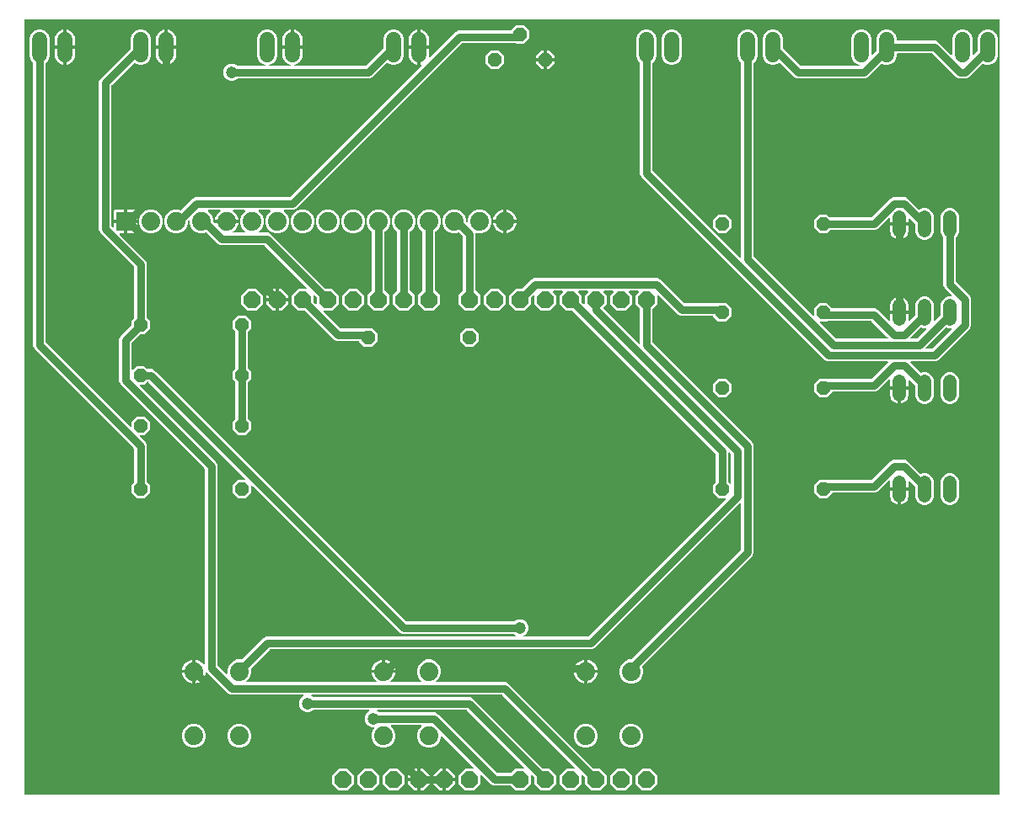
<source format=gbr>
G04 EAGLE Gerber X2 export*
%TF.Part,Single*%
%TF.FileFunction,Copper,L1,Top,Mixed*%
%TF.FilePolarity,Positive*%
%TF.GenerationSoftware,Autodesk,EAGLE,9.1.3*%
%TF.CreationDate,2018-12-12T10:38:32Z*%
G75*
%MOMM*%
%FSLAX34Y34*%
%LPD*%
%AMOC8*
5,1,8,0,0,1.08239X$1,22.5*%
G01*
%ADD10C,1.524000*%
%ADD11R,1.879600X1.879600*%
%ADD12C,1.879600*%
%ADD13P,1.429621X8X22.500000*%
%ADD14C,1.320800*%
%ADD15P,1.814519X8X22.500000*%
%ADD16C,0.762000*%
%ADD17C,1.193800*%

G36*
X989098Y10164D02*
X989098Y10164D01*
X989117Y10162D01*
X989219Y10184D01*
X989321Y10200D01*
X989338Y10210D01*
X989358Y10214D01*
X989447Y10267D01*
X989538Y10316D01*
X989552Y10330D01*
X989569Y10340D01*
X989636Y10419D01*
X989708Y10494D01*
X989716Y10512D01*
X989729Y10527D01*
X989768Y10623D01*
X989811Y10717D01*
X989813Y10737D01*
X989821Y10755D01*
X989839Y10922D01*
X989839Y789078D01*
X989836Y789098D01*
X989838Y789117D01*
X989816Y789219D01*
X989800Y789321D01*
X989790Y789338D01*
X989786Y789358D01*
X989733Y789447D01*
X989684Y789538D01*
X989670Y789552D01*
X989660Y789569D01*
X989581Y789636D01*
X989506Y789708D01*
X989488Y789716D01*
X989473Y789729D01*
X989377Y789768D01*
X989283Y789811D01*
X989263Y789813D01*
X989245Y789821D01*
X989078Y789839D01*
X10922Y789839D01*
X10902Y789836D01*
X10883Y789838D01*
X10781Y789816D01*
X10679Y789800D01*
X10662Y789790D01*
X10642Y789786D01*
X10553Y789733D01*
X10462Y789684D01*
X10448Y789670D01*
X10431Y789660D01*
X10364Y789581D01*
X10292Y789506D01*
X10284Y789488D01*
X10271Y789473D01*
X10232Y789377D01*
X10189Y789283D01*
X10187Y789263D01*
X10179Y789245D01*
X10161Y789078D01*
X10161Y10922D01*
X10164Y10902D01*
X10162Y10883D01*
X10184Y10781D01*
X10200Y10679D01*
X10210Y10662D01*
X10214Y10642D01*
X10267Y10553D01*
X10316Y10462D01*
X10330Y10448D01*
X10340Y10431D01*
X10419Y10364D01*
X10494Y10292D01*
X10512Y10284D01*
X10527Y10271D01*
X10623Y10232D01*
X10717Y10189D01*
X10737Y10187D01*
X10755Y10179D01*
X10922Y10161D01*
X989078Y10161D01*
X989098Y10164D01*
G37*
%LPC*%
G36*
X452676Y14477D02*
X452676Y14477D01*
X446277Y20876D01*
X446277Y29924D01*
X452676Y36323D01*
X460858Y36323D01*
X460929Y36334D01*
X461001Y36336D01*
X461050Y36354D01*
X461101Y36362D01*
X461164Y36396D01*
X461232Y36421D01*
X461272Y36453D01*
X461318Y36478D01*
X461368Y36529D01*
X461424Y36574D01*
X461452Y36618D01*
X461488Y36656D01*
X461518Y36721D01*
X461557Y36781D01*
X461569Y36832D01*
X461591Y36879D01*
X461599Y36950D01*
X461617Y37020D01*
X461613Y37072D01*
X461618Y37123D01*
X461603Y37194D01*
X461598Y37265D01*
X461577Y37313D01*
X461566Y37364D01*
X461529Y37425D01*
X461501Y37491D01*
X461457Y37547D01*
X461440Y37575D01*
X461422Y37590D01*
X461396Y37622D01*
X429544Y69474D01*
X429486Y69516D01*
X429434Y69566D01*
X429387Y69588D01*
X429345Y69618D01*
X429276Y69639D01*
X429211Y69669D01*
X429159Y69675D01*
X429109Y69690D01*
X429038Y69688D01*
X428967Y69696D01*
X428916Y69685D01*
X428864Y69684D01*
X428796Y69659D01*
X428726Y69644D01*
X428682Y69617D01*
X428633Y69600D01*
X428577Y69555D01*
X428515Y69518D01*
X428481Y69478D01*
X428441Y69446D01*
X428402Y69386D01*
X428355Y69331D01*
X428336Y69283D01*
X428308Y69239D01*
X428290Y69169D01*
X428263Y69103D01*
X428255Y69032D01*
X428247Y69000D01*
X428249Y68977D01*
X428245Y68936D01*
X428245Y66713D01*
X426427Y62325D01*
X423069Y58967D01*
X418681Y57149D01*
X413931Y57149D01*
X409543Y58967D01*
X406185Y62325D01*
X404367Y66713D01*
X404367Y71463D01*
X406185Y75851D01*
X409044Y78710D01*
X409086Y78768D01*
X409135Y78820D01*
X409157Y78867D01*
X409187Y78909D01*
X409208Y78978D01*
X409239Y79043D01*
X409244Y79095D01*
X409260Y79145D01*
X409258Y79216D01*
X409266Y79287D01*
X409255Y79338D01*
X409253Y79390D01*
X409229Y79458D01*
X409214Y79528D01*
X409187Y79573D01*
X409169Y79621D01*
X409124Y79677D01*
X409087Y79739D01*
X409048Y79773D01*
X409015Y79813D01*
X408955Y79852D01*
X408900Y79899D01*
X408852Y79918D01*
X408808Y79946D01*
X408739Y79964D01*
X408672Y79991D01*
X408601Y79999D01*
X408570Y80007D01*
X408546Y80005D01*
X408506Y80009D01*
X378894Y80009D01*
X378824Y79998D01*
X378752Y79996D01*
X378703Y79978D01*
X378652Y79970D01*
X378588Y79936D01*
X378521Y79911D01*
X378480Y79879D01*
X378434Y79854D01*
X378385Y79802D01*
X378329Y79758D01*
X378301Y79714D01*
X378265Y79676D01*
X378235Y79611D01*
X378196Y79551D01*
X378183Y79500D01*
X378161Y79453D01*
X378153Y79382D01*
X378136Y79312D01*
X378140Y79260D01*
X378134Y79209D01*
X378149Y79138D01*
X378155Y79067D01*
X378175Y79019D01*
X378186Y78968D01*
X378223Y78907D01*
X378251Y78841D01*
X378296Y78785D01*
X378313Y78757D01*
X378330Y78742D01*
X378356Y78710D01*
X381215Y75851D01*
X383033Y71463D01*
X383033Y66713D01*
X381215Y62325D01*
X377857Y58967D01*
X373469Y57149D01*
X368719Y57149D01*
X364331Y58967D01*
X360973Y62325D01*
X359155Y66713D01*
X359155Y71463D01*
X360973Y75851D01*
X361673Y76551D01*
X361715Y76609D01*
X361764Y76661D01*
X361786Y76708D01*
X361816Y76750D01*
X361837Y76819D01*
X361868Y76884D01*
X361873Y76936D01*
X361889Y76986D01*
X361887Y77057D01*
X361895Y77128D01*
X361884Y77179D01*
X361882Y77231D01*
X361858Y77299D01*
X361843Y77369D01*
X361816Y77414D01*
X361798Y77462D01*
X361753Y77518D01*
X361716Y77580D01*
X361677Y77614D01*
X361644Y77654D01*
X361584Y77693D01*
X361529Y77740D01*
X361481Y77759D01*
X361437Y77787D01*
X361368Y77805D01*
X361301Y77832D01*
X361230Y77840D01*
X361199Y77848D01*
X361175Y77846D01*
X361135Y77850D01*
X358987Y77850D01*
X355860Y79146D01*
X353466Y81540D01*
X352170Y84667D01*
X352170Y88053D01*
X353466Y91180D01*
X355860Y93574D01*
X356368Y93785D01*
X356451Y93836D01*
X356537Y93882D01*
X356555Y93901D01*
X356577Y93914D01*
X356639Y93989D01*
X356706Y94060D01*
X356717Y94084D01*
X356734Y94104D01*
X356769Y94195D01*
X356810Y94283D01*
X356813Y94309D01*
X356822Y94333D01*
X356826Y94431D01*
X356837Y94527D01*
X356831Y94553D01*
X356832Y94579D01*
X356805Y94673D01*
X356784Y94768D01*
X356771Y94790D01*
X356764Y94815D01*
X356708Y94895D01*
X356658Y94979D01*
X356638Y94996D01*
X356624Y95017D01*
X356546Y95075D01*
X356471Y95139D01*
X356447Y95149D01*
X356426Y95164D01*
X356334Y95194D01*
X356243Y95231D01*
X356211Y95234D01*
X356192Y95240D01*
X356159Y95240D01*
X356077Y95249D01*
X300639Y95249D01*
X300549Y95235D01*
X300458Y95227D01*
X300428Y95215D01*
X300396Y95210D01*
X300316Y95167D01*
X300232Y95131D01*
X300200Y95105D01*
X300179Y95094D01*
X300157Y95071D01*
X300101Y95026D01*
X299460Y94386D01*
X296333Y93090D01*
X292947Y93090D01*
X289820Y94386D01*
X287426Y96780D01*
X286130Y99907D01*
X286130Y103293D01*
X287426Y106420D01*
X289820Y108814D01*
X290328Y109025D01*
X290411Y109076D01*
X290497Y109122D01*
X290515Y109141D01*
X290537Y109154D01*
X290599Y109229D01*
X290666Y109300D01*
X290677Y109324D01*
X290694Y109344D01*
X290729Y109435D01*
X290770Y109523D01*
X290773Y109549D01*
X290782Y109573D01*
X290786Y109671D01*
X290797Y109767D01*
X290791Y109793D01*
X290792Y109819D01*
X290765Y109913D01*
X290744Y110008D01*
X290731Y110030D01*
X290724Y110055D01*
X290668Y110135D01*
X290618Y110219D01*
X290598Y110236D01*
X290584Y110257D01*
X290506Y110315D01*
X290431Y110379D01*
X290407Y110389D01*
X290386Y110404D01*
X290294Y110434D01*
X290203Y110471D01*
X290171Y110474D01*
X290152Y110480D01*
X290119Y110480D01*
X290037Y110489D01*
X217177Y110489D01*
X214843Y111456D01*
X194630Y131669D01*
X193670Y132628D01*
X193661Y132635D01*
X193653Y132645D01*
X193561Y132707D01*
X193471Y132772D01*
X193459Y132775D01*
X193449Y132782D01*
X193342Y132812D01*
X193236Y132844D01*
X193223Y132844D01*
X193212Y132847D01*
X193101Y132841D01*
X192990Y132838D01*
X192978Y132834D01*
X192966Y132833D01*
X192864Y132792D01*
X192759Y132753D01*
X192749Y132746D01*
X192738Y132742D01*
X192654Y132669D01*
X192567Y132600D01*
X192560Y132590D01*
X192551Y132582D01*
X192494Y132487D01*
X192434Y132393D01*
X192431Y132381D01*
X192425Y132371D01*
X192380Y132209D01*
X192239Y131316D01*
X191658Y129529D01*
X190805Y127855D01*
X189700Y126334D01*
X188372Y125006D01*
X186851Y123901D01*
X185177Y123048D01*
X183390Y122467D01*
X182117Y122266D01*
X182117Y133350D01*
X182114Y133370D01*
X182116Y133389D01*
X182094Y133491D01*
X182077Y133593D01*
X182068Y133610D01*
X182064Y133630D01*
X182011Y133719D01*
X181962Y133810D01*
X181948Y133824D01*
X181938Y133841D01*
X181859Y133908D01*
X181784Y133979D01*
X181766Y133988D01*
X181751Y134001D01*
X181655Y134039D01*
X181561Y134083D01*
X181541Y134085D01*
X181523Y134093D01*
X181356Y134111D01*
X180593Y134111D01*
X180593Y134113D01*
X181356Y134113D01*
X181376Y134116D01*
X181395Y134114D01*
X181497Y134136D01*
X181599Y134153D01*
X181616Y134162D01*
X181636Y134166D01*
X181725Y134219D01*
X181816Y134268D01*
X181830Y134282D01*
X181847Y134292D01*
X181914Y134371D01*
X181985Y134446D01*
X181994Y134464D01*
X182007Y134479D01*
X182046Y134575D01*
X182089Y134669D01*
X182091Y134689D01*
X182099Y134707D01*
X182117Y134874D01*
X182117Y145958D01*
X183390Y145757D01*
X185177Y145176D01*
X186851Y144323D01*
X188372Y143218D01*
X189700Y141890D01*
X190392Y140937D01*
X190398Y140932D01*
X190402Y140925D01*
X190485Y140846D01*
X190567Y140764D01*
X190574Y140761D01*
X190580Y140755D01*
X190684Y140707D01*
X190788Y140656D01*
X190796Y140655D01*
X190803Y140652D01*
X190917Y140639D01*
X191032Y140624D01*
X191040Y140625D01*
X191047Y140625D01*
X191160Y140649D01*
X191273Y140671D01*
X191280Y140675D01*
X191288Y140677D01*
X191386Y140736D01*
X191487Y140793D01*
X191492Y140799D01*
X191499Y140803D01*
X191574Y140891D01*
X191651Y140977D01*
X191654Y140984D01*
X191659Y140990D01*
X191702Y141097D01*
X191747Y141203D01*
X191748Y141211D01*
X191751Y141218D01*
X191769Y141385D01*
X191769Y337414D01*
X191755Y337504D01*
X191747Y337595D01*
X191735Y337625D01*
X191730Y337657D01*
X191687Y337738D01*
X191651Y337821D01*
X191625Y337854D01*
X191614Y337874D01*
X191591Y337896D01*
X191546Y337952D01*
X106376Y423123D01*
X105409Y425457D01*
X105409Y468623D01*
X106376Y470957D01*
X117632Y482214D01*
X117685Y482288D01*
X117745Y482357D01*
X117757Y482387D01*
X117776Y482413D01*
X117803Y482500D01*
X117837Y482585D01*
X117841Y482626D01*
X117848Y482648D01*
X117847Y482681D01*
X117855Y482752D01*
X117855Y486388D01*
X120426Y488959D01*
X120479Y489033D01*
X120539Y489102D01*
X120551Y489132D01*
X120570Y489159D01*
X120597Y489246D01*
X120631Y489330D01*
X120635Y489371D01*
X120642Y489394D01*
X120641Y489426D01*
X120649Y489497D01*
X120649Y540614D01*
X120635Y540704D01*
X120627Y540795D01*
X120615Y540825D01*
X120610Y540857D01*
X120567Y540938D01*
X120531Y541021D01*
X120505Y541054D01*
X120494Y541074D01*
X120471Y541096D01*
X120426Y541152D01*
X86056Y575523D01*
X85089Y577857D01*
X85089Y727703D01*
X86056Y730037D01*
X116616Y760598D01*
X116669Y760672D01*
X116729Y760741D01*
X116741Y760771D01*
X116760Y760797D01*
X116787Y760884D01*
X116821Y760969D01*
X116825Y761010D01*
X116832Y761032D01*
X116831Y761065D01*
X116839Y761136D01*
X116839Y771641D01*
X118386Y775376D01*
X121244Y778234D01*
X124979Y779781D01*
X129021Y779781D01*
X132756Y778234D01*
X135614Y775376D01*
X137161Y771641D01*
X137161Y752359D01*
X135614Y748624D01*
X132756Y745766D01*
X129021Y744219D01*
X124979Y744219D01*
X121244Y745766D01*
X121034Y745976D01*
X121018Y745988D01*
X121006Y746004D01*
X120918Y746060D01*
X120835Y746120D01*
X120815Y746126D01*
X120799Y746137D01*
X120698Y746162D01*
X120599Y746192D01*
X120579Y746192D01*
X120560Y746197D01*
X120457Y746189D01*
X120354Y746186D01*
X120335Y746179D01*
X120315Y746177D01*
X120220Y746137D01*
X120123Y746101D01*
X120107Y746089D01*
X120089Y746081D01*
X119958Y745976D01*
X98014Y724032D01*
X97961Y723958D01*
X97901Y723889D01*
X97889Y723859D01*
X97870Y723833D01*
X97843Y723746D01*
X97809Y723661D01*
X97805Y723620D01*
X97798Y723598D01*
X97799Y723565D01*
X97791Y723494D01*
X97791Y582066D01*
X97805Y581976D01*
X97813Y581885D01*
X97825Y581855D01*
X97830Y581823D01*
X97873Y581743D01*
X97909Y581659D01*
X97935Y581626D01*
X97946Y581606D01*
X97969Y581584D01*
X98014Y581528D01*
X98562Y580980D01*
X98620Y580938D01*
X98672Y580888D01*
X98719Y580866D01*
X98761Y580836D01*
X98830Y580815D01*
X98895Y580785D01*
X98947Y580779D01*
X98997Y580764D01*
X99068Y580766D01*
X99139Y580758D01*
X99190Y580769D01*
X99242Y580770D01*
X99310Y580795D01*
X99380Y580810D01*
X99425Y580837D01*
X99473Y580854D01*
X99529Y580899D01*
X99591Y580936D01*
X99625Y580976D01*
X99665Y581008D01*
X99704Y581068D01*
X99751Y581123D01*
X99770Y581171D01*
X99798Y581215D01*
X99816Y581284D01*
X99843Y581351D01*
X99851Y581422D01*
X99859Y581454D01*
X99857Y581477D01*
X99861Y581518D01*
X99861Y585277D01*
X110277Y585277D01*
X110277Y574861D01*
X106518Y574861D01*
X106447Y574850D01*
X106375Y574848D01*
X106326Y574830D01*
X106275Y574822D01*
X106212Y574788D01*
X106144Y574763D01*
X106104Y574731D01*
X106058Y574706D01*
X106008Y574654D01*
X105952Y574610D01*
X105924Y574566D01*
X105888Y574528D01*
X105858Y574463D01*
X105819Y574403D01*
X105807Y574352D01*
X105785Y574305D01*
X105777Y574234D01*
X105759Y574164D01*
X105763Y574112D01*
X105758Y574061D01*
X105773Y573990D01*
X105778Y573919D01*
X105799Y573871D01*
X105810Y573820D01*
X105847Y573759D01*
X105875Y573693D01*
X105919Y573637D01*
X105936Y573609D01*
X105954Y573594D01*
X105980Y573562D01*
X132384Y547157D01*
X133351Y544823D01*
X133351Y489497D01*
X133365Y489407D01*
X133373Y489316D01*
X133385Y489286D01*
X133390Y489254D01*
X133433Y489174D01*
X133469Y489090D01*
X133495Y489058D01*
X133506Y489037D01*
X133529Y489015D01*
X133574Y488959D01*
X136145Y486388D01*
X136145Y478812D01*
X130788Y473455D01*
X127152Y473455D01*
X127062Y473441D01*
X126971Y473433D01*
X126941Y473421D01*
X126909Y473416D01*
X126828Y473373D01*
X126745Y473337D01*
X126712Y473311D01*
X126692Y473300D01*
X126670Y473277D01*
X126614Y473232D01*
X118334Y464952D01*
X118281Y464878D01*
X118221Y464809D01*
X118209Y464779D01*
X118190Y464753D01*
X118163Y464666D01*
X118129Y464581D01*
X118125Y464540D01*
X118118Y464518D01*
X118119Y464485D01*
X118111Y464414D01*
X118111Y437681D01*
X118122Y437610D01*
X118124Y437539D01*
X118142Y437490D01*
X118150Y437438D01*
X118184Y437375D01*
X118209Y437308D01*
X118241Y437267D01*
X118266Y437221D01*
X118318Y437172D01*
X118362Y437116D01*
X118406Y437087D01*
X118444Y437052D01*
X118509Y437021D01*
X118569Y436983D01*
X118620Y436970D01*
X118667Y436948D01*
X118738Y436940D01*
X118808Y436923D01*
X118860Y436927D01*
X118911Y436921D01*
X118982Y436936D01*
X119053Y436942D01*
X119101Y436962D01*
X119152Y436973D01*
X119213Y437010D01*
X119279Y437038D01*
X119335Y437083D01*
X119363Y437099D01*
X119378Y437117D01*
X119410Y437143D01*
X123212Y440945D01*
X130788Y440945D01*
X133359Y438374D01*
X133433Y438321D01*
X133502Y438261D01*
X133532Y438249D01*
X133559Y438230D01*
X133646Y438203D01*
X133730Y438169D01*
X133771Y438165D01*
X133794Y438158D01*
X133826Y438159D01*
X133897Y438151D01*
X138423Y438151D01*
X140757Y437184D01*
X393568Y184374D01*
X393642Y184321D01*
X393711Y184261D01*
X393741Y184249D01*
X393767Y184230D01*
X393854Y184203D01*
X393939Y184169D01*
X393980Y184165D01*
X394002Y184158D01*
X394035Y184159D01*
X394106Y184151D01*
X502001Y184151D01*
X502091Y184165D01*
X502182Y184173D01*
X502212Y184185D01*
X502244Y184190D01*
X502324Y184233D01*
X502408Y184269D01*
X502440Y184295D01*
X502461Y184306D01*
X502483Y184329D01*
X502539Y184374D01*
X503180Y185014D01*
X506307Y186310D01*
X509693Y186310D01*
X512820Y185014D01*
X515214Y182620D01*
X516510Y179493D01*
X516510Y176107D01*
X515214Y172980D01*
X512820Y170586D01*
X512312Y170375D01*
X512229Y170324D01*
X512143Y170278D01*
X512125Y170259D01*
X512103Y170246D01*
X512041Y170171D01*
X511974Y170100D01*
X511963Y170076D01*
X511946Y170056D01*
X511911Y169965D01*
X511870Y169877D01*
X511867Y169851D01*
X511858Y169827D01*
X511854Y169729D01*
X511843Y169633D01*
X511849Y169607D01*
X511848Y169581D01*
X511875Y169487D01*
X511896Y169392D01*
X511909Y169370D01*
X511916Y169345D01*
X511972Y169265D01*
X512022Y169181D01*
X512042Y169164D01*
X512056Y169143D01*
X512134Y169085D01*
X512209Y169021D01*
X512233Y169011D01*
X512254Y168996D01*
X512346Y168966D01*
X512437Y168929D01*
X512469Y168926D01*
X512488Y168920D01*
X512521Y168920D01*
X512603Y168911D01*
X576174Y168911D01*
X576264Y168925D01*
X576355Y168933D01*
X576385Y168945D01*
X576417Y168950D01*
X576498Y168993D01*
X576581Y169029D01*
X576614Y169055D01*
X576634Y169066D01*
X576656Y169089D01*
X576712Y169134D01*
X714634Y307056D01*
X714676Y307114D01*
X714726Y307166D01*
X714748Y307213D01*
X714778Y307255D01*
X714799Y307324D01*
X714829Y307389D01*
X714835Y307441D01*
X714850Y307491D01*
X714848Y307562D01*
X714856Y307633D01*
X714845Y307684D01*
X714844Y307736D01*
X714819Y307804D01*
X714804Y307874D01*
X714777Y307918D01*
X714760Y307967D01*
X714715Y308023D01*
X714678Y308085D01*
X714638Y308119D01*
X714606Y308159D01*
X714546Y308198D01*
X714491Y308245D01*
X714443Y308264D01*
X714399Y308292D01*
X714329Y308310D01*
X714263Y308337D01*
X714192Y308345D01*
X714160Y308353D01*
X714137Y308351D01*
X714096Y308355D01*
X707412Y308355D01*
X702055Y313712D01*
X702055Y321288D01*
X704626Y323859D01*
X704679Y323933D01*
X704739Y324002D01*
X704751Y324032D01*
X704770Y324059D01*
X704797Y324146D01*
X704831Y324230D01*
X704835Y324271D01*
X704842Y324294D01*
X704841Y324326D01*
X704849Y324397D01*
X704849Y352654D01*
X704835Y352744D01*
X704827Y352835D01*
X704815Y352865D01*
X704810Y352897D01*
X704767Y352978D01*
X704731Y353061D01*
X704705Y353094D01*
X704694Y353114D01*
X704671Y353136D01*
X704626Y353192D01*
X560964Y496854D01*
X560890Y496907D01*
X560821Y496967D01*
X560791Y496979D01*
X560765Y496998D01*
X560678Y497025D01*
X560593Y497059D01*
X560552Y497063D01*
X560530Y497070D01*
X560497Y497069D01*
X560426Y497077D01*
X554276Y497077D01*
X547877Y503476D01*
X547877Y512524D01*
X550943Y515590D01*
X550985Y515648D01*
X551034Y515700D01*
X551056Y515747D01*
X551086Y515789D01*
X551107Y515858D01*
X551138Y515923D01*
X551143Y515975D01*
X551159Y516025D01*
X551157Y516096D01*
X551165Y516167D01*
X551154Y516218D01*
X551152Y516270D01*
X551128Y516338D01*
X551112Y516408D01*
X551086Y516453D01*
X551068Y516501D01*
X551023Y516557D01*
X550986Y516619D01*
X550947Y516653D01*
X550914Y516693D01*
X550854Y516732D01*
X550799Y516779D01*
X550751Y516798D01*
X550707Y516826D01*
X550638Y516844D01*
X550571Y516871D01*
X550500Y516879D01*
X550469Y516887D01*
X550445Y516885D01*
X550404Y516889D01*
X541796Y516889D01*
X541725Y516878D01*
X541653Y516876D01*
X541604Y516858D01*
X541553Y516850D01*
X541490Y516816D01*
X541422Y516791D01*
X541382Y516759D01*
X541335Y516734D01*
X541286Y516682D01*
X541230Y516638D01*
X541202Y516594D01*
X541166Y516556D01*
X541136Y516491D01*
X541097Y516431D01*
X541084Y516380D01*
X541062Y516333D01*
X541055Y516262D01*
X541037Y516192D01*
X541041Y516140D01*
X541035Y516089D01*
X541051Y516018D01*
X541056Y515947D01*
X541077Y515899D01*
X541088Y515848D01*
X541124Y515787D01*
X541153Y515721D01*
X541197Y515665D01*
X541214Y515637D01*
X541232Y515622D01*
X541257Y515590D01*
X544323Y512524D01*
X544323Y503476D01*
X537924Y497077D01*
X528876Y497077D01*
X522477Y503476D01*
X522477Y511658D01*
X522466Y511729D01*
X522464Y511801D01*
X522446Y511849D01*
X522438Y511901D01*
X522404Y511964D01*
X522379Y512032D01*
X522347Y512072D01*
X522322Y512118D01*
X522270Y512168D01*
X522226Y512224D01*
X522182Y512252D01*
X522144Y512288D01*
X522079Y512318D01*
X522019Y512357D01*
X521968Y512369D01*
X521921Y512391D01*
X521850Y512399D01*
X521780Y512417D01*
X521728Y512413D01*
X521677Y512418D01*
X521606Y512403D01*
X521535Y512398D01*
X521487Y512377D01*
X521436Y512366D01*
X521375Y512329D01*
X521309Y512301D01*
X521253Y512256D01*
X521225Y512240D01*
X521210Y512222D01*
X521178Y512196D01*
X519146Y510164D01*
X519093Y510090D01*
X519033Y510021D01*
X519021Y509991D01*
X519002Y509965D01*
X518975Y509877D01*
X518941Y509793D01*
X518937Y509752D01*
X518930Y509730D01*
X518931Y509697D01*
X518923Y509626D01*
X518923Y503476D01*
X512524Y497077D01*
X503476Y497077D01*
X497077Y503476D01*
X497077Y512524D01*
X503476Y518923D01*
X509626Y518923D01*
X509716Y518937D01*
X509807Y518945D01*
X509837Y518957D01*
X509869Y518962D01*
X509950Y519005D01*
X510033Y519041D01*
X510066Y519067D01*
X510086Y519078D01*
X510108Y519101D01*
X510164Y519146D01*
X519643Y528624D01*
X521977Y529591D01*
X646423Y529591D01*
X648757Y528624D01*
X672968Y504414D01*
X673042Y504361D01*
X673111Y504301D01*
X673141Y504289D01*
X673167Y504270D01*
X673254Y504243D01*
X673339Y504209D01*
X673380Y504205D01*
X673402Y504198D01*
X673435Y504199D01*
X673506Y504191D01*
X706843Y504191D01*
X706933Y504205D01*
X707024Y504213D01*
X707054Y504225D01*
X707086Y504230D01*
X707166Y504273D01*
X707250Y504309D01*
X707282Y504335D01*
X707303Y504346D01*
X707322Y504366D01*
X707324Y504367D01*
X707330Y504372D01*
X707381Y504414D01*
X707412Y504445D01*
X714988Y504445D01*
X720345Y499088D01*
X720345Y491512D01*
X714988Y486155D01*
X707412Y486155D01*
X702301Y491266D01*
X702227Y491319D01*
X702158Y491379D01*
X702128Y491391D01*
X702101Y491410D01*
X702014Y491437D01*
X701930Y491471D01*
X701889Y491475D01*
X701866Y491482D01*
X701834Y491481D01*
X701763Y491489D01*
X669297Y491489D01*
X666963Y492456D01*
X647222Y512196D01*
X647164Y512238D01*
X647112Y512288D01*
X647065Y512310D01*
X647023Y512340D01*
X646954Y512361D01*
X646889Y512391D01*
X646837Y512397D01*
X646787Y512412D01*
X646716Y512410D01*
X646645Y512418D01*
X646594Y512407D01*
X646542Y512406D01*
X646474Y512381D01*
X646404Y512366D01*
X646359Y512339D01*
X646311Y512322D01*
X646255Y512277D01*
X646193Y512240D01*
X646159Y512200D01*
X646119Y512168D01*
X646080Y512108D01*
X646033Y512053D01*
X646014Y512005D01*
X645986Y511961D01*
X645968Y511891D01*
X645941Y511825D01*
X645933Y511754D01*
X645925Y511722D01*
X645927Y511699D01*
X645923Y511658D01*
X645923Y503476D01*
X641574Y499127D01*
X641521Y499053D01*
X641461Y498983D01*
X641449Y498953D01*
X641430Y498927D01*
X641403Y498840D01*
X641369Y498755D01*
X641365Y498714D01*
X641358Y498692D01*
X641359Y498660D01*
X641351Y498588D01*
X641351Y465226D01*
X641365Y465136D01*
X641373Y465045D01*
X641385Y465015D01*
X641390Y464983D01*
X641433Y464902D01*
X641469Y464819D01*
X641495Y464786D01*
X641506Y464766D01*
X641529Y464744D01*
X641574Y464688D01*
X741984Y364277D01*
X742951Y361943D01*
X742951Y252737D01*
X741984Y250403D01*
X630815Y139234D01*
X630748Y139140D01*
X630677Y139045D01*
X630675Y139039D01*
X630672Y139034D01*
X630638Y138924D01*
X630601Y138812D01*
X630601Y138805D01*
X630599Y138799D01*
X630603Y138683D01*
X630604Y138566D01*
X630606Y138558D01*
X630606Y138553D01*
X630612Y138536D01*
X630650Y138405D01*
X631445Y136487D01*
X631445Y131737D01*
X629627Y127349D01*
X626269Y123991D01*
X621881Y122173D01*
X617131Y122173D01*
X612743Y123991D01*
X609385Y127349D01*
X607567Y131737D01*
X607567Y136487D01*
X609385Y140875D01*
X612743Y144233D01*
X617131Y146051D01*
X619354Y146051D01*
X619444Y146065D01*
X619535Y146073D01*
X619565Y146085D01*
X619597Y146090D01*
X619678Y146133D01*
X619761Y146169D01*
X619794Y146195D01*
X619814Y146206D01*
X619836Y146229D01*
X619892Y146274D01*
X730026Y256408D01*
X730079Y256482D01*
X730139Y256551D01*
X730151Y256581D01*
X730170Y256607D01*
X730197Y256694D01*
X730231Y256779D01*
X730235Y256820D01*
X730242Y256842D01*
X730241Y256875D01*
X730249Y256946D01*
X730249Y302870D01*
X730238Y302941D01*
X730236Y303013D01*
X730218Y303062D01*
X730210Y303113D01*
X730176Y303176D01*
X730151Y303244D01*
X730119Y303284D01*
X730094Y303330D01*
X730042Y303380D01*
X729998Y303436D01*
X729954Y303464D01*
X729916Y303500D01*
X729851Y303530D01*
X729791Y303569D01*
X729740Y303581D01*
X729693Y303603D01*
X729622Y303611D01*
X729552Y303629D01*
X729500Y303625D01*
X729449Y303630D01*
X729378Y303615D01*
X729307Y303610D01*
X729259Y303589D01*
X729208Y303578D01*
X729147Y303541D01*
X729081Y303513D01*
X729025Y303469D01*
X728997Y303452D01*
X728982Y303434D01*
X728950Y303408D01*
X584611Y159070D01*
X582717Y157176D01*
X580383Y156209D01*
X256946Y156209D01*
X256856Y156195D01*
X256765Y156187D01*
X256735Y156175D01*
X256703Y156170D01*
X256622Y156127D01*
X256539Y156091D01*
X256506Y156065D01*
X256486Y156054D01*
X256464Y156031D01*
X256408Y155986D01*
X237859Y137438D01*
X237791Y137344D01*
X237721Y137249D01*
X237719Y137243D01*
X237716Y137238D01*
X237681Y137127D01*
X237645Y137015D01*
X237645Y137009D01*
X237643Y137003D01*
X237646Y136887D01*
X237648Y136769D01*
X237650Y136762D01*
X237650Y136757D01*
X237656Y136740D01*
X237694Y136608D01*
X237745Y136487D01*
X237745Y131737D01*
X235927Y127349D01*
X233068Y124490D01*
X233026Y124432D01*
X232977Y124380D01*
X232955Y124333D01*
X232925Y124291D01*
X232904Y124222D01*
X232873Y124157D01*
X232868Y124105D01*
X232852Y124055D01*
X232854Y123984D01*
X232846Y123913D01*
X232857Y123862D01*
X232859Y123810D01*
X232883Y123742D01*
X232898Y123672D01*
X232925Y123627D01*
X232943Y123579D01*
X232988Y123523D01*
X233025Y123461D01*
X233064Y123427D01*
X233097Y123387D01*
X233157Y123348D01*
X233212Y123301D01*
X233260Y123282D01*
X233304Y123254D01*
X233373Y123236D01*
X233440Y123209D01*
X233511Y123201D01*
X233542Y123193D01*
X233566Y123195D01*
X233606Y123191D01*
X363472Y123191D01*
X363479Y123192D01*
X363487Y123191D01*
X363601Y123212D01*
X363714Y123230D01*
X363721Y123234D01*
X363729Y123236D01*
X363830Y123292D01*
X363932Y123346D01*
X363937Y123351D01*
X363944Y123355D01*
X364022Y123440D01*
X364101Y123524D01*
X364104Y123531D01*
X364110Y123537D01*
X364156Y123643D01*
X364205Y123747D01*
X364206Y123755D01*
X364209Y123762D01*
X364219Y123877D01*
X364232Y123991D01*
X364230Y123999D01*
X364231Y124007D01*
X364204Y124120D01*
X364180Y124232D01*
X364175Y124239D01*
X364174Y124246D01*
X364112Y124345D01*
X364053Y124443D01*
X364047Y124448D01*
X364043Y124455D01*
X363919Y124568D01*
X363316Y125006D01*
X361988Y126334D01*
X360883Y127855D01*
X360030Y129529D01*
X359449Y131316D01*
X359248Y132589D01*
X370332Y132589D01*
X370352Y132592D01*
X370371Y132590D01*
X370473Y132612D01*
X370575Y132629D01*
X370592Y132638D01*
X370612Y132642D01*
X370701Y132695D01*
X370792Y132744D01*
X370806Y132758D01*
X370823Y132768D01*
X370890Y132847D01*
X370961Y132922D01*
X370970Y132940D01*
X370983Y132955D01*
X371021Y133051D01*
X371065Y133145D01*
X371067Y133165D01*
X371075Y133183D01*
X371093Y133350D01*
X371093Y134113D01*
X371095Y134113D01*
X371095Y133350D01*
X371098Y133330D01*
X371096Y133311D01*
X371118Y133209D01*
X371135Y133107D01*
X371144Y133090D01*
X371148Y133070D01*
X371201Y132981D01*
X371250Y132890D01*
X371264Y132876D01*
X371274Y132859D01*
X371353Y132792D01*
X371428Y132721D01*
X371446Y132712D01*
X371461Y132699D01*
X371557Y132660D01*
X371651Y132617D01*
X371671Y132615D01*
X371689Y132607D01*
X371856Y132589D01*
X382940Y132589D01*
X382739Y131316D01*
X382158Y129529D01*
X381305Y127855D01*
X380200Y126334D01*
X378872Y125006D01*
X378269Y124568D01*
X378263Y124562D01*
X378256Y124558D01*
X378177Y124475D01*
X378096Y124393D01*
X378092Y124386D01*
X378087Y124380D01*
X378039Y124276D01*
X377988Y124172D01*
X377987Y124164D01*
X377983Y124157D01*
X377971Y124043D01*
X377956Y123928D01*
X377957Y123920D01*
X377956Y123913D01*
X377981Y123800D01*
X378003Y123687D01*
X378007Y123680D01*
X378008Y123672D01*
X378068Y123573D01*
X378125Y123473D01*
X378131Y123468D01*
X378135Y123461D01*
X378223Y123386D01*
X378308Y123309D01*
X378315Y123306D01*
X378322Y123301D01*
X378429Y123258D01*
X378534Y123213D01*
X378542Y123212D01*
X378550Y123209D01*
X378716Y123191D01*
X408506Y123191D01*
X408576Y123202D01*
X408648Y123204D01*
X408697Y123222D01*
X408748Y123230D01*
X408812Y123264D01*
X408879Y123289D01*
X408920Y123321D01*
X408966Y123346D01*
X409015Y123398D01*
X409071Y123442D01*
X409099Y123486D01*
X409135Y123524D01*
X409165Y123589D01*
X409204Y123649D01*
X409217Y123700D01*
X409239Y123747D01*
X409247Y123818D01*
X409264Y123888D01*
X409260Y123940D01*
X409266Y123991D01*
X409251Y124062D01*
X409245Y124133D01*
X409225Y124181D01*
X409214Y124232D01*
X409177Y124293D01*
X409149Y124359D01*
X409104Y124415D01*
X409087Y124443D01*
X409070Y124458D01*
X409044Y124490D01*
X406185Y127349D01*
X404367Y131737D01*
X404367Y136487D01*
X406185Y140875D01*
X409543Y144233D01*
X413931Y146051D01*
X418681Y146051D01*
X423069Y144233D01*
X426427Y140875D01*
X428245Y136487D01*
X428245Y131737D01*
X426427Y127349D01*
X423568Y124490D01*
X423526Y124432D01*
X423477Y124380D01*
X423455Y124333D01*
X423425Y124291D01*
X423404Y124222D01*
X423373Y124157D01*
X423368Y124105D01*
X423352Y124055D01*
X423354Y123984D01*
X423346Y123913D01*
X423357Y123862D01*
X423359Y123810D01*
X423383Y123742D01*
X423398Y123672D01*
X423425Y123627D01*
X423443Y123579D01*
X423488Y123523D01*
X423525Y123461D01*
X423564Y123427D01*
X423597Y123387D01*
X423657Y123348D01*
X423712Y123301D01*
X423760Y123282D01*
X423804Y123254D01*
X423873Y123236D01*
X423940Y123209D01*
X424011Y123201D01*
X424042Y123193D01*
X424066Y123195D01*
X424106Y123191D01*
X494023Y123191D01*
X496357Y122224D01*
X498251Y120330D01*
X582036Y36546D01*
X582110Y36493D01*
X582179Y36433D01*
X582209Y36421D01*
X582235Y36402D01*
X582322Y36375D01*
X582407Y36341D01*
X582448Y36337D01*
X582470Y36330D01*
X582503Y36331D01*
X582574Y36323D01*
X588724Y36323D01*
X595123Y29924D01*
X595123Y20876D01*
X588724Y14477D01*
X579676Y14477D01*
X573277Y20876D01*
X573277Y27026D01*
X573263Y27116D01*
X573255Y27207D01*
X573243Y27237D01*
X573238Y27269D01*
X573195Y27350D01*
X573159Y27433D01*
X573133Y27466D01*
X573122Y27486D01*
X573099Y27508D01*
X573054Y27564D01*
X571022Y29596D01*
X570964Y29638D01*
X570912Y29688D01*
X570865Y29710D01*
X570823Y29740D01*
X570754Y29761D01*
X570689Y29791D01*
X570637Y29797D01*
X570587Y29812D01*
X570516Y29810D01*
X570445Y29818D01*
X570394Y29807D01*
X570342Y29806D01*
X570274Y29781D01*
X570204Y29766D01*
X570160Y29739D01*
X570111Y29722D01*
X570055Y29677D01*
X569993Y29640D01*
X569959Y29600D01*
X569919Y29568D01*
X569880Y29508D01*
X569833Y29453D01*
X569814Y29405D01*
X569786Y29361D01*
X569768Y29291D01*
X569741Y29225D01*
X569733Y29154D01*
X569725Y29122D01*
X569727Y29099D01*
X569723Y29058D01*
X569723Y20876D01*
X563324Y14477D01*
X554276Y14477D01*
X547877Y20876D01*
X547877Y29924D01*
X554276Y36323D01*
X562458Y36323D01*
X562529Y36334D01*
X562601Y36336D01*
X562650Y36354D01*
X562701Y36362D01*
X562764Y36396D01*
X562832Y36421D01*
X562872Y36453D01*
X562918Y36478D01*
X562968Y36529D01*
X563024Y36574D01*
X563052Y36618D01*
X563088Y36656D01*
X563118Y36721D01*
X563157Y36781D01*
X563169Y36832D01*
X563191Y36879D01*
X563199Y36950D01*
X563217Y37020D01*
X563213Y37072D01*
X563218Y37123D01*
X563203Y37194D01*
X563198Y37265D01*
X563177Y37313D01*
X563166Y37364D01*
X563129Y37425D01*
X563101Y37491D01*
X563057Y37547D01*
X563040Y37575D01*
X563022Y37590D01*
X562996Y37622D01*
X490352Y110266D01*
X490278Y110319D01*
X490209Y110379D01*
X490179Y110391D01*
X490153Y110410D01*
X490066Y110437D01*
X489981Y110471D01*
X489940Y110475D01*
X489918Y110482D01*
X489885Y110481D01*
X489814Y110489D01*
X299243Y110489D01*
X299147Y110474D01*
X299050Y110464D01*
X299026Y110454D01*
X299001Y110450D01*
X298915Y110404D01*
X298826Y110364D01*
X298806Y110347D01*
X298783Y110334D01*
X298716Y110264D01*
X298645Y110198D01*
X298632Y110175D01*
X298614Y110156D01*
X298573Y110068D01*
X298526Y109982D01*
X298521Y109957D01*
X298510Y109933D01*
X298500Y109836D01*
X298482Y109740D01*
X298486Y109714D01*
X298483Y109689D01*
X298504Y109594D01*
X298518Y109497D01*
X298530Y109474D01*
X298536Y109448D01*
X298585Y109365D01*
X298630Y109278D01*
X298648Y109259D01*
X298662Y109237D01*
X298736Y109174D01*
X298805Y109106D01*
X298834Y109090D01*
X298849Y109077D01*
X298879Y109065D01*
X298952Y109025D01*
X299460Y108814D01*
X300101Y108174D01*
X300175Y108121D01*
X300244Y108061D01*
X300274Y108049D01*
X300301Y108030D01*
X300388Y108003D01*
X300472Y107969D01*
X300513Y107965D01*
X300536Y107958D01*
X300568Y107959D01*
X300639Y107951D01*
X458463Y107951D01*
X460797Y106984D01*
X531236Y36546D01*
X531310Y36493D01*
X531379Y36433D01*
X531409Y36421D01*
X531435Y36402D01*
X531522Y36375D01*
X531607Y36341D01*
X531648Y36337D01*
X531670Y36330D01*
X531703Y36331D01*
X531774Y36323D01*
X537924Y36323D01*
X544323Y29924D01*
X544323Y20876D01*
X537924Y14477D01*
X528876Y14477D01*
X522477Y20876D01*
X522477Y27026D01*
X522463Y27116D01*
X522455Y27207D01*
X522443Y27237D01*
X522438Y27269D01*
X522395Y27349D01*
X522359Y27433D01*
X522333Y27466D01*
X522322Y27486D01*
X522299Y27508D01*
X522254Y27564D01*
X520222Y29596D01*
X520164Y29638D01*
X520112Y29688D01*
X520065Y29710D01*
X520023Y29740D01*
X519954Y29761D01*
X519889Y29791D01*
X519837Y29797D01*
X519787Y29812D01*
X519716Y29810D01*
X519645Y29818D01*
X519594Y29807D01*
X519542Y29806D01*
X519474Y29781D01*
X519404Y29766D01*
X519359Y29739D01*
X519311Y29722D01*
X519255Y29677D01*
X519193Y29640D01*
X519159Y29600D01*
X519119Y29568D01*
X519080Y29508D01*
X519033Y29453D01*
X519014Y29405D01*
X518986Y29361D01*
X518968Y29291D01*
X518941Y29225D01*
X518933Y29154D01*
X518925Y29122D01*
X518927Y29099D01*
X518923Y29058D01*
X518923Y20876D01*
X512524Y14477D01*
X503476Y14477D01*
X499127Y18826D01*
X499053Y18879D01*
X498983Y18939D01*
X498953Y18951D01*
X498927Y18970D01*
X498840Y18997D01*
X498755Y19031D01*
X498714Y19035D01*
X498692Y19042D01*
X498660Y19041D01*
X498588Y19049D01*
X481337Y19049D01*
X479003Y20016D01*
X469422Y29596D01*
X469364Y29638D01*
X469312Y29688D01*
X469265Y29710D01*
X469223Y29740D01*
X469154Y29761D01*
X469089Y29791D01*
X469037Y29797D01*
X468987Y29812D01*
X468916Y29810D01*
X468845Y29818D01*
X468794Y29807D01*
X468742Y29806D01*
X468674Y29781D01*
X468604Y29766D01*
X468559Y29739D01*
X468511Y29722D01*
X468455Y29677D01*
X468393Y29640D01*
X468359Y29600D01*
X468319Y29568D01*
X468280Y29508D01*
X468233Y29453D01*
X468214Y29405D01*
X468186Y29361D01*
X468168Y29291D01*
X468141Y29225D01*
X468133Y29154D01*
X468125Y29122D01*
X468127Y29099D01*
X468123Y29058D01*
X468123Y20876D01*
X461724Y14477D01*
X452676Y14477D01*
G37*
%LPD*%
%LPC*%
G36*
X912581Y403351D02*
X912581Y403351D01*
X909220Y404743D01*
X906647Y407316D01*
X905255Y410677D01*
X905255Y421488D01*
X905241Y421578D01*
X905233Y421669D01*
X905221Y421699D01*
X905216Y421731D01*
X905173Y421812D01*
X905137Y421895D01*
X905111Y421928D01*
X905100Y421948D01*
X905077Y421970D01*
X905032Y422026D01*
X899346Y427713D01*
X899327Y427726D01*
X899313Y427744D01*
X899227Y427798D01*
X899146Y427856D01*
X899124Y427863D01*
X899105Y427876D01*
X899007Y427899D01*
X898911Y427929D01*
X898888Y427928D01*
X898866Y427934D01*
X898766Y427925D01*
X898665Y427922D01*
X898643Y427915D01*
X898620Y427913D01*
X898529Y427873D01*
X898434Y427838D01*
X898416Y427824D01*
X898395Y427814D01*
X898321Y427747D01*
X898242Y427684D01*
X898230Y427665D01*
X898212Y427649D01*
X898163Y427562D01*
X898109Y427477D01*
X898103Y427455D01*
X898092Y427435D01*
X898073Y427336D01*
X898049Y427239D01*
X898051Y427216D01*
X898046Y427193D01*
X898061Y427026D01*
X898145Y426605D01*
X898145Y420623D01*
X889762Y420623D01*
X889742Y420620D01*
X889723Y420622D01*
X889621Y420600D01*
X889519Y420583D01*
X889502Y420574D01*
X889482Y420570D01*
X889393Y420517D01*
X889302Y420468D01*
X889288Y420454D01*
X889271Y420444D01*
X889204Y420365D01*
X889133Y420290D01*
X889124Y420272D01*
X889111Y420257D01*
X889073Y420161D01*
X889029Y420067D01*
X889027Y420047D01*
X889019Y420029D01*
X889001Y419862D01*
X889001Y419099D01*
X888999Y419099D01*
X888999Y419862D01*
X888996Y419882D01*
X888998Y419901D01*
X888976Y420003D01*
X888959Y420105D01*
X888950Y420122D01*
X888946Y420142D01*
X888893Y420231D01*
X888844Y420322D01*
X888830Y420336D01*
X888820Y420353D01*
X888741Y420420D01*
X888666Y420491D01*
X888648Y420500D01*
X888633Y420513D01*
X888537Y420552D01*
X888443Y420595D01*
X888423Y420597D01*
X888405Y420605D01*
X888238Y420623D01*
X879855Y420623D01*
X879855Y426605D01*
X879939Y427026D01*
X879940Y427049D01*
X879947Y427071D01*
X879944Y427172D01*
X879947Y427272D01*
X879941Y427294D01*
X879940Y427317D01*
X879906Y427411D01*
X879877Y427508D01*
X879864Y427526D01*
X879856Y427548D01*
X879793Y427626D01*
X879735Y427709D01*
X879717Y427722D01*
X879702Y427740D01*
X879618Y427794D01*
X879537Y427854D01*
X879515Y427861D01*
X879495Y427873D01*
X879398Y427898D01*
X879302Y427928D01*
X879279Y427928D01*
X879257Y427933D01*
X879157Y427925D01*
X879056Y427924D01*
X879034Y427916D01*
X879011Y427914D01*
X878919Y427875D01*
X878824Y427841D01*
X878806Y427827D01*
X878785Y427818D01*
X878654Y427713D01*
X867197Y416256D01*
X864863Y415289D01*
X822237Y415289D01*
X822147Y415275D01*
X822056Y415267D01*
X822026Y415255D01*
X821994Y415250D01*
X821914Y415207D01*
X821830Y415171D01*
X821798Y415145D01*
X821777Y415134D01*
X821755Y415111D01*
X821699Y415066D01*
X816588Y409955D01*
X809012Y409955D01*
X803655Y415312D01*
X803655Y422888D01*
X809012Y428245D01*
X816588Y428245D01*
X816619Y428214D01*
X816693Y428161D01*
X816762Y428101D01*
X816792Y428089D01*
X816819Y428070D01*
X816906Y428043D01*
X816990Y428009D01*
X817031Y428005D01*
X817054Y427998D01*
X817086Y427999D01*
X817157Y427991D01*
X860654Y427991D01*
X860744Y428005D01*
X860835Y428013D01*
X860865Y428025D01*
X860897Y428030D01*
X860978Y428073D01*
X861061Y428109D01*
X861094Y428135D01*
X861114Y428146D01*
X861136Y428169D01*
X861192Y428214D01*
X877448Y444470D01*
X877490Y444528D01*
X877540Y444580D01*
X877562Y444627D01*
X877592Y444669D01*
X877613Y444738D01*
X877643Y444803D01*
X877649Y444855D01*
X877664Y444905D01*
X877662Y444976D01*
X877670Y445047D01*
X877659Y445098D01*
X877658Y445150D01*
X877633Y445218D01*
X877618Y445288D01*
X877591Y445333D01*
X877574Y445381D01*
X877529Y445437D01*
X877492Y445499D01*
X877452Y445533D01*
X877420Y445573D01*
X877360Y445612D01*
X877305Y445659D01*
X877257Y445678D01*
X877213Y445706D01*
X877143Y445724D01*
X877077Y445751D01*
X877006Y445759D01*
X876974Y445767D01*
X876951Y445765D01*
X876910Y445769D01*
X816617Y445769D01*
X814283Y446736D01*
X629616Y631403D01*
X628649Y633737D01*
X628649Y746046D01*
X628635Y746136D01*
X628627Y746227D01*
X628615Y746257D01*
X628610Y746289D01*
X628567Y746369D01*
X628531Y746453D01*
X628505Y746485D01*
X628494Y746506D01*
X628471Y746528D01*
X628426Y746584D01*
X626386Y748624D01*
X624839Y752359D01*
X624839Y771641D01*
X626386Y775376D01*
X629244Y778234D01*
X632979Y779781D01*
X637021Y779781D01*
X640756Y778234D01*
X643614Y775376D01*
X645161Y771641D01*
X645161Y752359D01*
X643614Y748624D01*
X641574Y746584D01*
X641521Y746510D01*
X641461Y746441D01*
X641449Y746411D01*
X641430Y746384D01*
X641403Y746298D01*
X641369Y746213D01*
X641365Y746172D01*
X641358Y746149D01*
X641359Y746117D01*
X641351Y746046D01*
X641351Y637946D01*
X641365Y637856D01*
X641373Y637765D01*
X641385Y637735D01*
X641390Y637703D01*
X641433Y637622D01*
X641469Y637539D01*
X641495Y637506D01*
X641506Y637486D01*
X641529Y637464D01*
X641574Y637408D01*
X728950Y550032D01*
X729008Y549990D01*
X729060Y549940D01*
X729107Y549918D01*
X729149Y549888D01*
X729218Y549867D01*
X729283Y549837D01*
X729335Y549831D01*
X729385Y549816D01*
X729456Y549818D01*
X729527Y549810D01*
X729578Y549821D01*
X729630Y549822D01*
X729698Y549847D01*
X729768Y549862D01*
X729812Y549889D01*
X729861Y549906D01*
X729917Y549951D01*
X729979Y549988D01*
X730013Y550028D01*
X730053Y550060D01*
X730092Y550120D01*
X730139Y550175D01*
X730158Y550223D01*
X730186Y550267D01*
X730204Y550337D01*
X730231Y550403D01*
X730239Y550474D01*
X730247Y550506D01*
X730245Y550529D01*
X730249Y550570D01*
X730249Y746046D01*
X730235Y746136D01*
X730227Y746227D01*
X730215Y746257D01*
X730210Y746289D01*
X730167Y746369D01*
X730131Y746453D01*
X730105Y746485D01*
X730094Y746506D01*
X730071Y746528D01*
X730026Y746584D01*
X727986Y748624D01*
X726439Y752359D01*
X726439Y771641D01*
X727986Y775376D01*
X730844Y778234D01*
X734579Y779781D01*
X738621Y779781D01*
X742356Y778234D01*
X745214Y775376D01*
X746761Y771641D01*
X746761Y752359D01*
X745214Y748624D01*
X743174Y746584D01*
X743121Y746510D01*
X743061Y746441D01*
X743049Y746411D01*
X743030Y746384D01*
X743003Y746298D01*
X742969Y746213D01*
X742965Y746172D01*
X742958Y746149D01*
X742959Y746117D01*
X742951Y746046D01*
X742951Y551586D01*
X742965Y551496D01*
X742973Y551405D01*
X742985Y551375D01*
X742990Y551343D01*
X743033Y551262D01*
X743069Y551179D01*
X743095Y551146D01*
X743106Y551126D01*
X743129Y551104D01*
X743174Y551048D01*
X802356Y491866D01*
X802414Y491824D01*
X802466Y491774D01*
X802513Y491752D01*
X802555Y491722D01*
X802624Y491701D01*
X802689Y491671D01*
X802741Y491665D01*
X802791Y491650D01*
X802862Y491652D01*
X802933Y491644D01*
X802984Y491655D01*
X803036Y491656D01*
X803104Y491681D01*
X803174Y491696D01*
X803219Y491723D01*
X803267Y491740D01*
X803323Y491785D01*
X803385Y491822D01*
X803419Y491862D01*
X803459Y491894D01*
X803498Y491954D01*
X803545Y492009D01*
X803564Y492057D01*
X803592Y492101D01*
X803610Y492171D01*
X803637Y492237D01*
X803645Y492308D01*
X803653Y492340D01*
X803651Y492363D01*
X803655Y492404D01*
X803655Y499088D01*
X809012Y504445D01*
X816588Y504445D01*
X821699Y499334D01*
X821773Y499281D01*
X821842Y499221D01*
X821872Y499209D01*
X821899Y499190D01*
X821986Y499163D01*
X822070Y499129D01*
X822111Y499125D01*
X822134Y499118D01*
X822166Y499119D01*
X822237Y499111D01*
X864863Y499111D01*
X867197Y498144D01*
X878654Y486687D01*
X878673Y486674D01*
X878687Y486656D01*
X878772Y486602D01*
X878854Y486544D01*
X878876Y486537D01*
X878895Y486524D01*
X878993Y486501D01*
X879089Y486471D01*
X879112Y486472D01*
X879134Y486466D01*
X879234Y486475D01*
X879335Y486478D01*
X879357Y486486D01*
X879380Y486487D01*
X879471Y486527D01*
X879566Y486562D01*
X879584Y486576D01*
X879605Y486586D01*
X879680Y486653D01*
X879758Y486716D01*
X879770Y486735D01*
X879788Y486751D01*
X879837Y486838D01*
X879891Y486923D01*
X879897Y486945D01*
X879908Y486965D01*
X879927Y487064D01*
X879951Y487161D01*
X879949Y487184D01*
X879954Y487207D01*
X879939Y487374D01*
X879855Y487795D01*
X879855Y493777D01*
X888238Y493777D01*
X888258Y493780D01*
X888277Y493778D01*
X888379Y493800D01*
X888481Y493817D01*
X888498Y493826D01*
X888518Y493830D01*
X888607Y493883D01*
X888698Y493932D01*
X888712Y493946D01*
X888729Y493956D01*
X888796Y494035D01*
X888867Y494110D01*
X888876Y494128D01*
X888889Y494143D01*
X888927Y494239D01*
X888971Y494333D01*
X888973Y494353D01*
X888981Y494371D01*
X888999Y494538D01*
X888999Y495301D01*
X889001Y495301D01*
X889001Y494538D01*
X889004Y494518D01*
X889002Y494499D01*
X889024Y494397D01*
X889041Y494295D01*
X889050Y494278D01*
X889054Y494258D01*
X889107Y494169D01*
X889156Y494078D01*
X889170Y494064D01*
X889180Y494047D01*
X889259Y493980D01*
X889334Y493909D01*
X889352Y493900D01*
X889367Y493887D01*
X889463Y493848D01*
X889557Y493805D01*
X889577Y493803D01*
X889595Y493795D01*
X889762Y493777D01*
X898145Y493777D01*
X898145Y487795D01*
X898061Y487374D01*
X898060Y487351D01*
X898053Y487329D01*
X898056Y487228D01*
X898053Y487128D01*
X898059Y487106D01*
X898060Y487083D01*
X898094Y486988D01*
X898123Y486892D01*
X898136Y486874D01*
X898144Y486852D01*
X898207Y486773D01*
X898265Y486691D01*
X898283Y486678D01*
X898298Y486660D01*
X898382Y486606D01*
X898463Y486546D01*
X898485Y486539D01*
X898505Y486527D01*
X898602Y486502D01*
X898698Y486472D01*
X898721Y486472D01*
X898743Y486467D01*
X898843Y486475D01*
X898944Y486476D01*
X898966Y486484D01*
X898989Y486486D01*
X899081Y486525D01*
X899176Y486559D01*
X899194Y486573D01*
X899215Y486582D01*
X899346Y486687D01*
X905032Y492374D01*
X905085Y492448D01*
X905145Y492517D01*
X905157Y492547D01*
X905176Y492573D01*
X905203Y492660D01*
X905237Y492745D01*
X905241Y492786D01*
X905248Y492808D01*
X905247Y492841D01*
X905255Y492912D01*
X905255Y503723D01*
X906647Y507084D01*
X909220Y509657D01*
X912581Y511049D01*
X916219Y511049D01*
X919580Y509657D01*
X922153Y507084D01*
X923545Y503723D01*
X923545Y487324D01*
X923556Y487253D01*
X923558Y487181D01*
X923576Y487132D01*
X923584Y487081D01*
X923618Y487018D01*
X923643Y486950D01*
X923675Y486910D01*
X923700Y486864D01*
X923752Y486814D01*
X923796Y486758D01*
X923840Y486730D01*
X923878Y486694D01*
X923943Y486664D01*
X924003Y486625D01*
X924054Y486613D01*
X924101Y486591D01*
X924172Y486583D01*
X924242Y486565D01*
X924294Y486569D01*
X924345Y486564D01*
X924416Y486579D01*
X924487Y486584D01*
X924535Y486605D01*
X924586Y486616D01*
X924647Y486653D01*
X924713Y486681D01*
X924769Y486725D01*
X924797Y486742D01*
X924812Y486760D01*
X924844Y486786D01*
X930432Y492374D01*
X930485Y492448D01*
X930545Y492517D01*
X930557Y492547D01*
X930576Y492573D01*
X930603Y492660D01*
X930637Y492745D01*
X930641Y492786D01*
X930648Y492808D01*
X930647Y492841D01*
X930655Y492912D01*
X930655Y503723D01*
X932047Y507084D01*
X934620Y509657D01*
X937981Y511049D01*
X941172Y511049D01*
X941243Y511060D01*
X941315Y511062D01*
X941364Y511080D01*
X941415Y511088D01*
X941478Y511122D01*
X941546Y511147D01*
X941586Y511179D01*
X941632Y511204D01*
X941682Y511256D01*
X941738Y511300D01*
X941766Y511344D01*
X941802Y511382D01*
X941832Y511447D01*
X941871Y511507D01*
X941883Y511558D01*
X941905Y511605D01*
X941913Y511676D01*
X941931Y511746D01*
X941927Y511798D01*
X941932Y511849D01*
X941917Y511920D01*
X941912Y511991D01*
X941891Y512039D01*
X941880Y512090D01*
X941843Y512151D01*
X941815Y512217D01*
X941771Y512273D01*
X941754Y512301D01*
X941742Y512311D01*
X941739Y512315D01*
X941731Y512323D01*
X941710Y512348D01*
X934416Y519643D01*
X933449Y521977D01*
X933449Y570699D01*
X933435Y570789D01*
X933427Y570880D01*
X933415Y570910D01*
X933410Y570942D01*
X933367Y571022D01*
X933331Y571106D01*
X933305Y571138D01*
X933294Y571159D01*
X933271Y571181D01*
X933226Y571237D01*
X932047Y572416D01*
X930655Y575777D01*
X930655Y592623D01*
X932047Y595984D01*
X934620Y598557D01*
X937981Y599949D01*
X941619Y599949D01*
X944980Y598557D01*
X947553Y595984D01*
X948945Y592623D01*
X948945Y575777D01*
X947553Y572416D01*
X946374Y571237D01*
X946321Y571163D01*
X946261Y571094D01*
X946249Y571064D01*
X946230Y571037D01*
X946203Y570950D01*
X946169Y570866D01*
X946165Y570825D01*
X946158Y570802D01*
X946159Y570770D01*
X946151Y570699D01*
X946151Y526186D01*
X946165Y526096D01*
X946173Y526005D01*
X946185Y525975D01*
X946190Y525943D01*
X946233Y525862D01*
X946269Y525779D01*
X946295Y525746D01*
X946306Y525726D01*
X946329Y525704D01*
X946374Y525648D01*
X960424Y511597D01*
X961391Y509263D01*
X961391Y481337D01*
X960424Y479003D01*
X928157Y446736D01*
X925823Y445769D01*
X901090Y445769D01*
X901019Y445758D01*
X900947Y445756D01*
X900898Y445738D01*
X900847Y445730D01*
X900784Y445696D01*
X900716Y445671D01*
X900676Y445639D01*
X900630Y445614D01*
X900580Y445563D01*
X900524Y445518D01*
X900496Y445474D01*
X900460Y445436D01*
X900430Y445371D01*
X900391Y445311D01*
X900379Y445260D01*
X900357Y445213D01*
X900349Y445142D01*
X900331Y445072D01*
X900335Y445020D01*
X900330Y444969D01*
X900345Y444898D01*
X900350Y444827D01*
X900371Y444779D01*
X900382Y444728D01*
X900419Y444667D01*
X900447Y444601D01*
X900491Y444545D01*
X900508Y444517D01*
X900526Y444502D01*
X900552Y444470D01*
X910518Y434503D01*
X910612Y434435D01*
X910707Y434365D01*
X910713Y434363D01*
X910718Y434359D01*
X910829Y434325D01*
X910941Y434289D01*
X910947Y434289D01*
X910953Y434287D01*
X911070Y434290D01*
X911187Y434291D01*
X911194Y434293D01*
X911199Y434293D01*
X911217Y434300D01*
X911348Y434338D01*
X912581Y434849D01*
X916219Y434849D01*
X919580Y433457D01*
X922153Y430884D01*
X923545Y427523D01*
X923545Y410677D01*
X922153Y407316D01*
X919580Y404743D01*
X916219Y403351D01*
X912581Y403351D01*
G37*
%LPD*%
G36*
X213196Y131483D02*
X213196Y131483D01*
X213248Y131484D01*
X213316Y131509D01*
X213386Y131524D01*
X213431Y131551D01*
X213479Y131568D01*
X213535Y131613D01*
X213597Y131650D01*
X213631Y131690D01*
X213671Y131722D01*
X213710Y131782D01*
X213757Y131837D01*
X213776Y131885D01*
X213804Y131929D01*
X213822Y131999D01*
X213849Y132065D01*
X213857Y132136D01*
X213865Y132168D01*
X213863Y132191D01*
X213867Y132232D01*
X213867Y136487D01*
X215685Y140875D01*
X219043Y144233D01*
X223431Y146051D01*
X228194Y146051D01*
X228284Y146065D01*
X228375Y146073D01*
X228405Y146085D01*
X228437Y146090D01*
X228518Y146133D01*
X228601Y146169D01*
X228634Y146195D01*
X228654Y146206D01*
X228676Y146229D01*
X228732Y146274D01*
X250403Y167944D01*
X252737Y168911D01*
X503397Y168911D01*
X503493Y168926D01*
X503590Y168936D01*
X503614Y168946D01*
X503639Y168950D01*
X503725Y168996D01*
X503814Y169036D01*
X503834Y169053D01*
X503857Y169066D01*
X503924Y169136D01*
X503995Y169202D01*
X504008Y169225D01*
X504026Y169244D01*
X504067Y169332D01*
X504114Y169418D01*
X504119Y169443D01*
X504130Y169467D01*
X504140Y169564D01*
X504158Y169660D01*
X504154Y169686D01*
X504157Y169711D01*
X504136Y169806D01*
X504122Y169903D01*
X504110Y169926D01*
X504104Y169952D01*
X504055Y170035D01*
X504010Y170122D01*
X503992Y170141D01*
X503978Y170163D01*
X503904Y170226D01*
X503835Y170294D01*
X503806Y170310D01*
X503791Y170323D01*
X503761Y170335D01*
X503688Y170375D01*
X503180Y170586D01*
X502539Y171226D01*
X502465Y171279D01*
X502396Y171339D01*
X502366Y171351D01*
X502339Y171370D01*
X502252Y171397D01*
X502168Y171431D01*
X502127Y171435D01*
X502104Y171442D01*
X502072Y171441D01*
X502001Y171449D01*
X389897Y171449D01*
X387563Y172416D01*
X239044Y320934D01*
X238986Y320976D01*
X238934Y321026D01*
X238887Y321048D01*
X238845Y321078D01*
X238776Y321099D01*
X238711Y321129D01*
X238659Y321135D01*
X238609Y321150D01*
X238538Y321148D01*
X238467Y321156D01*
X238416Y321145D01*
X238364Y321144D01*
X238296Y321119D01*
X238226Y321104D01*
X238182Y321077D01*
X238133Y321060D01*
X238077Y321015D01*
X238015Y320978D01*
X237981Y320938D01*
X237941Y320906D01*
X237902Y320846D01*
X237855Y320791D01*
X237836Y320743D01*
X237808Y320699D01*
X237790Y320629D01*
X237763Y320563D01*
X237755Y320492D01*
X237747Y320460D01*
X237749Y320437D01*
X237745Y320396D01*
X237745Y313712D01*
X232388Y308355D01*
X224812Y308355D01*
X219455Y313712D01*
X219455Y321288D01*
X224812Y326645D01*
X231496Y326645D01*
X231567Y326656D01*
X231639Y326658D01*
X231688Y326676D01*
X231739Y326684D01*
X231802Y326718D01*
X231870Y326743D01*
X231910Y326775D01*
X231956Y326800D01*
X232006Y326852D01*
X232062Y326896D01*
X232090Y326940D01*
X232126Y326978D01*
X232156Y327043D01*
X232195Y327103D01*
X232207Y327154D01*
X232229Y327201D01*
X232237Y327272D01*
X232255Y327342D01*
X232251Y327394D01*
X232256Y327445D01*
X232241Y327516D01*
X232236Y327587D01*
X232215Y327635D01*
X232204Y327686D01*
X232167Y327747D01*
X232139Y327813D01*
X232095Y327869D01*
X232078Y327897D01*
X232060Y327912D01*
X232034Y327944D01*
X134752Y425226D01*
X134678Y425279D01*
X134609Y425339D01*
X134579Y425351D01*
X134553Y425370D01*
X134466Y425397D01*
X134381Y425431D01*
X134340Y425435D01*
X134318Y425442D01*
X134285Y425441D01*
X134214Y425449D01*
X133897Y425449D01*
X133807Y425435D01*
X133716Y425427D01*
X133686Y425415D01*
X133654Y425410D01*
X133574Y425367D01*
X133490Y425331D01*
X133458Y425305D01*
X133437Y425294D01*
X133415Y425271D01*
X133359Y425226D01*
X130788Y422655D01*
X126644Y422655D01*
X126573Y422644D01*
X126501Y422642D01*
X126452Y422624D01*
X126401Y422616D01*
X126338Y422582D01*
X126270Y422557D01*
X126230Y422525D01*
X126184Y422500D01*
X126134Y422448D01*
X126078Y422404D01*
X126050Y422360D01*
X126014Y422322D01*
X125984Y422257D01*
X125945Y422197D01*
X125933Y422146D01*
X125911Y422099D01*
X125903Y422028D01*
X125885Y421958D01*
X125889Y421906D01*
X125884Y421855D01*
X125899Y421784D01*
X125904Y421713D01*
X125925Y421665D01*
X125936Y421614D01*
X125973Y421553D01*
X126001Y421487D01*
X126045Y421431D01*
X126062Y421403D01*
X126080Y421388D01*
X126106Y421356D01*
X203504Y343957D01*
X204471Y341623D01*
X204471Y140106D01*
X204485Y140016D01*
X204493Y139925D01*
X204505Y139895D01*
X204510Y139863D01*
X204553Y139782D01*
X204589Y139699D01*
X204615Y139666D01*
X204626Y139646D01*
X204649Y139624D01*
X204694Y139568D01*
X212568Y131694D01*
X212626Y131652D01*
X212678Y131602D01*
X212725Y131580D01*
X212767Y131550D01*
X212836Y131529D01*
X212901Y131499D01*
X212953Y131493D01*
X213003Y131478D01*
X213074Y131480D01*
X213145Y131472D01*
X213196Y131483D01*
G37*
%LPC*%
G36*
X351812Y460755D02*
X351812Y460755D01*
X346701Y465866D01*
X346627Y465919D01*
X346558Y465979D01*
X346528Y465991D01*
X346501Y466010D01*
X346414Y466037D01*
X346330Y466071D01*
X346289Y466075D01*
X346266Y466082D01*
X346234Y466081D01*
X346163Y466089D01*
X323857Y466089D01*
X321523Y467056D01*
X291724Y496854D01*
X291650Y496907D01*
X291581Y496967D01*
X291551Y496979D01*
X291525Y496998D01*
X291438Y497025D01*
X291353Y497059D01*
X291312Y497063D01*
X291290Y497070D01*
X291257Y497069D01*
X291186Y497077D01*
X285036Y497077D01*
X278637Y503476D01*
X278637Y512524D01*
X285036Y518923D01*
X293218Y518923D01*
X293289Y518934D01*
X293361Y518936D01*
X293410Y518954D01*
X293461Y518962D01*
X293524Y518996D01*
X293592Y519021D01*
X293632Y519053D01*
X293678Y519078D01*
X293728Y519130D01*
X293784Y519174D01*
X293812Y519218D01*
X293848Y519256D01*
X293878Y519321D01*
X293917Y519381D01*
X293929Y519432D01*
X293951Y519479D01*
X293959Y519550D01*
X293977Y519620D01*
X293973Y519672D01*
X293978Y519723D01*
X293963Y519794D01*
X293958Y519865D01*
X293937Y519913D01*
X293926Y519964D01*
X293889Y520025D01*
X293861Y520091D01*
X293817Y520147D01*
X293800Y520175D01*
X293782Y520190D01*
X293756Y520222D01*
X251592Y562386D01*
X251518Y562439D01*
X251449Y562499D01*
X251419Y562511D01*
X251393Y562530D01*
X251306Y562557D01*
X251221Y562591D01*
X251180Y562595D01*
X251158Y562602D01*
X251125Y562601D01*
X251054Y562609D01*
X207017Y562609D01*
X204683Y563576D01*
X192872Y575387D01*
X192777Y575455D01*
X192683Y575525D01*
X192677Y575527D01*
X192672Y575530D01*
X192561Y575565D01*
X192449Y575601D01*
X192443Y575601D01*
X192437Y575603D01*
X192320Y575600D01*
X192203Y575599D01*
X192196Y575597D01*
X192191Y575596D01*
X192174Y575590D01*
X192042Y575552D01*
X190375Y574861D01*
X185625Y574861D01*
X181237Y576679D01*
X177879Y580037D01*
X176061Y584425D01*
X176061Y586882D01*
X176050Y586952D01*
X176048Y587023D01*
X176030Y587072D01*
X176022Y587125D01*
X175989Y587187D01*
X175964Y587254D01*
X175931Y587295D01*
X175906Y587342D01*
X175855Y587391D01*
X175811Y587446D01*
X175767Y587475D01*
X175728Y587512D01*
X175664Y587541D01*
X175605Y587580D01*
X175553Y587593D01*
X175505Y587615D01*
X175435Y587623D01*
X175366Y587641D01*
X175313Y587637D01*
X175261Y587642D01*
X175191Y587627D01*
X175121Y587622D01*
X175072Y587601D01*
X175020Y587590D01*
X174960Y587554D01*
X174894Y587526D01*
X174855Y587491D01*
X174809Y587464D01*
X174763Y587410D01*
X174710Y587363D01*
X174670Y587302D01*
X174649Y587277D01*
X174641Y587256D01*
X174619Y587223D01*
X174592Y587135D01*
X174557Y587049D01*
X174553Y587009D01*
X174546Y586988D01*
X174547Y586955D01*
X174539Y586882D01*
X174539Y584425D01*
X172721Y580037D01*
X169363Y576679D01*
X164975Y574861D01*
X160225Y574861D01*
X155837Y576679D01*
X152479Y580037D01*
X150661Y584425D01*
X150661Y589175D01*
X152479Y593563D01*
X155837Y596921D01*
X160225Y598739D01*
X164975Y598739D01*
X166727Y598013D01*
X166841Y597986D01*
X166954Y597958D01*
X166960Y597958D01*
X166966Y597957D01*
X167083Y597968D01*
X167199Y597977D01*
X167205Y597979D01*
X167211Y597980D01*
X167319Y598028D01*
X167426Y598073D01*
X167432Y598078D01*
X167436Y598080D01*
X167450Y598093D01*
X167557Y598178D01*
X179283Y609904D01*
X181617Y610871D01*
X276454Y610871D01*
X276544Y610885D01*
X276635Y610893D01*
X276665Y610905D01*
X276697Y610910D01*
X276778Y610953D01*
X276861Y610989D01*
X276894Y611015D01*
X276914Y611026D01*
X276936Y611049D01*
X276992Y611094D01*
X409011Y743112D01*
X409015Y743118D01*
X409022Y743123D01*
X409087Y743219D01*
X409154Y743312D01*
X409156Y743319D01*
X409161Y743326D01*
X409193Y743437D01*
X409226Y743547D01*
X409226Y743555D01*
X409228Y743562D01*
X409223Y743678D01*
X409220Y743793D01*
X409217Y743800D01*
X409217Y743808D01*
X409175Y743915D01*
X409136Y744024D01*
X409131Y744030D01*
X409128Y744037D01*
X409054Y744126D01*
X408982Y744216D01*
X408975Y744220D01*
X408970Y744226D01*
X408872Y744286D01*
X408775Y744349D01*
X408767Y744351D01*
X408760Y744355D01*
X408648Y744381D01*
X408536Y744409D01*
X408529Y744408D01*
X408521Y744410D01*
X408353Y744402D01*
X407923Y744334D01*
X407923Y760477D01*
X416561Y760477D01*
X416561Y753580D01*
X416378Y752427D01*
X416378Y752419D01*
X416376Y752411D01*
X416379Y752296D01*
X416379Y752181D01*
X416382Y752173D01*
X416382Y752165D01*
X416422Y752057D01*
X416459Y751948D01*
X416464Y751942D01*
X416467Y751934D01*
X416539Y751844D01*
X416609Y751753D01*
X416615Y751749D01*
X416620Y751742D01*
X416717Y751680D01*
X416813Y751616D01*
X416820Y751614D01*
X416827Y751609D01*
X416939Y751581D01*
X417050Y751551D01*
X417058Y751551D01*
X417066Y751549D01*
X417180Y751558D01*
X417295Y751565D01*
X417303Y751568D01*
X417311Y751568D01*
X417416Y751613D01*
X417524Y751656D01*
X417530Y751662D01*
X417537Y751665D01*
X417668Y751769D01*
X443443Y777544D01*
X445777Y778511D01*
X498563Y778511D01*
X498653Y778525D01*
X498744Y778533D01*
X498774Y778545D01*
X498806Y778550D01*
X498886Y778593D01*
X498970Y778629D01*
X499002Y778655D01*
X499023Y778666D01*
X499045Y778689D01*
X499101Y778734D01*
X504212Y783845D01*
X511788Y783845D01*
X517145Y778488D01*
X517145Y770912D01*
X511788Y765555D01*
X504212Y765555D01*
X504181Y765586D01*
X504107Y765639D01*
X504038Y765699D01*
X504008Y765711D01*
X503981Y765730D01*
X503894Y765757D01*
X503810Y765791D01*
X503769Y765795D01*
X503746Y765802D01*
X503714Y765801D01*
X503643Y765809D01*
X449986Y765809D01*
X449896Y765795D01*
X449805Y765787D01*
X449775Y765775D01*
X449743Y765770D01*
X449662Y765727D01*
X449579Y765691D01*
X449546Y765665D01*
X449526Y765654D01*
X449504Y765631D01*
X449448Y765586D01*
X282997Y599136D01*
X280663Y598169D01*
X271552Y598169D01*
X271482Y598158D01*
X271410Y598156D01*
X271361Y598138D01*
X271310Y598130D01*
X271246Y598096D01*
X271179Y598071D01*
X271138Y598039D01*
X271092Y598014D01*
X271043Y597962D01*
X270987Y597918D01*
X270959Y597874D01*
X270923Y597836D01*
X270893Y597771D01*
X270854Y597711D01*
X270841Y597660D01*
X270819Y597613D01*
X270811Y597542D01*
X270794Y597472D01*
X270798Y597420D01*
X270792Y597369D01*
X270807Y597298D01*
X270813Y597227D01*
X270833Y597179D01*
X270844Y597128D01*
X270881Y597067D01*
X270909Y597001D01*
X270954Y596945D01*
X270971Y596917D01*
X270988Y596902D01*
X271014Y596870D01*
X274321Y593563D01*
X276139Y589175D01*
X276139Y584425D01*
X274321Y580037D01*
X270963Y576679D01*
X266575Y574861D01*
X261825Y574861D01*
X257437Y576679D01*
X254079Y580037D01*
X252261Y584425D01*
X252261Y589175D01*
X254079Y593563D01*
X257386Y596870D01*
X257428Y596928D01*
X257477Y596980D01*
X257499Y597027D01*
X257529Y597069D01*
X257550Y597138D01*
X257581Y597203D01*
X257586Y597255D01*
X257602Y597305D01*
X257600Y597376D01*
X257608Y597447D01*
X257597Y597498D01*
X257595Y597550D01*
X257571Y597618D01*
X257556Y597688D01*
X257529Y597733D01*
X257511Y597781D01*
X257466Y597837D01*
X257429Y597899D01*
X257390Y597933D01*
X257357Y597973D01*
X257297Y598012D01*
X257242Y598059D01*
X257194Y598078D01*
X257150Y598106D01*
X257081Y598124D01*
X257014Y598151D01*
X256943Y598159D01*
X256912Y598167D01*
X256888Y598165D01*
X256848Y598169D01*
X246152Y598169D01*
X246082Y598158D01*
X246010Y598156D01*
X245961Y598138D01*
X245910Y598130D01*
X245846Y598096D01*
X245779Y598071D01*
X245738Y598039D01*
X245692Y598014D01*
X245643Y597962D01*
X245587Y597918D01*
X245559Y597874D01*
X245523Y597836D01*
X245493Y597771D01*
X245454Y597711D01*
X245441Y597660D01*
X245419Y597613D01*
X245411Y597542D01*
X245394Y597472D01*
X245398Y597420D01*
X245392Y597369D01*
X245407Y597298D01*
X245413Y597227D01*
X245433Y597179D01*
X245444Y597128D01*
X245481Y597067D01*
X245509Y597001D01*
X245554Y596945D01*
X245571Y596917D01*
X245588Y596902D01*
X245614Y596870D01*
X248921Y593563D01*
X250739Y589175D01*
X250739Y584425D01*
X248921Y580037D01*
X245494Y576610D01*
X245452Y576552D01*
X245403Y576500D01*
X245381Y576453D01*
X245351Y576411D01*
X245330Y576342D01*
X245299Y576277D01*
X245294Y576225D01*
X245278Y576175D01*
X245280Y576104D01*
X245272Y576033D01*
X245283Y575982D01*
X245285Y575930D01*
X245309Y575862D01*
X245324Y575792D01*
X245351Y575747D01*
X245369Y575699D01*
X245414Y575643D01*
X245451Y575581D01*
X245490Y575547D01*
X245523Y575507D01*
X245583Y575468D01*
X245638Y575421D01*
X245686Y575402D01*
X245730Y575374D01*
X245799Y575356D01*
X245866Y575329D01*
X245937Y575321D01*
X245968Y575313D01*
X245992Y575315D01*
X246032Y575311D01*
X255263Y575311D01*
X257597Y574344D01*
X312796Y519146D01*
X312870Y519093D01*
X312939Y519033D01*
X312969Y519021D01*
X312995Y519002D01*
X313082Y518975D01*
X313167Y518941D01*
X313208Y518937D01*
X313230Y518930D01*
X313263Y518931D01*
X313334Y518923D01*
X319484Y518923D01*
X325883Y512524D01*
X325883Y503476D01*
X319484Y497077D01*
X311302Y497077D01*
X311231Y497066D01*
X311159Y497064D01*
X311110Y497046D01*
X311059Y497038D01*
X310996Y497004D01*
X310928Y496979D01*
X310888Y496947D01*
X310842Y496922D01*
X310792Y496870D01*
X310736Y496826D01*
X310708Y496782D01*
X310672Y496744D01*
X310642Y496679D01*
X310603Y496619D01*
X310591Y496568D01*
X310569Y496521D01*
X310561Y496450D01*
X310543Y496380D01*
X310547Y496328D01*
X310542Y496277D01*
X310557Y496206D01*
X310562Y496135D01*
X310583Y496087D01*
X310594Y496036D01*
X310631Y495975D01*
X310659Y495909D01*
X310703Y495853D01*
X310720Y495825D01*
X310738Y495810D01*
X310764Y495778D01*
X327528Y479014D01*
X327602Y478961D01*
X327671Y478901D01*
X327701Y478889D01*
X327727Y478870D01*
X327814Y478843D01*
X327899Y478809D01*
X327940Y478805D01*
X327962Y478798D01*
X327995Y478799D01*
X328066Y478791D01*
X351243Y478791D01*
X351333Y478805D01*
X351424Y478813D01*
X351454Y478825D01*
X351486Y478830D01*
X351566Y478873D01*
X351650Y478909D01*
X351682Y478935D01*
X351703Y478946D01*
X351725Y478969D01*
X351781Y479014D01*
X351812Y479045D01*
X359388Y479045D01*
X364745Y473688D01*
X364745Y466112D01*
X359388Y460755D01*
X351812Y460755D01*
G37*
%LPD*%
%LPC*%
G36*
X123212Y308355D02*
X123212Y308355D01*
X117855Y313712D01*
X117855Y321288D01*
X120426Y323859D01*
X120479Y323933D01*
X120539Y324002D01*
X120551Y324032D01*
X120570Y324059D01*
X120597Y324146D01*
X120631Y324230D01*
X120635Y324271D01*
X120642Y324294D01*
X120641Y324326D01*
X120649Y324397D01*
X120649Y357734D01*
X120635Y357824D01*
X120627Y357915D01*
X120615Y357945D01*
X120610Y357977D01*
X120567Y358058D01*
X120531Y358141D01*
X120505Y358174D01*
X120494Y358194D01*
X120471Y358216D01*
X120426Y358272D01*
X20016Y458683D01*
X19049Y461017D01*
X19049Y746046D01*
X19035Y746136D01*
X19027Y746227D01*
X19015Y746257D01*
X19010Y746289D01*
X18967Y746369D01*
X18931Y746453D01*
X18905Y746485D01*
X18894Y746506D01*
X18871Y746528D01*
X18826Y746584D01*
X16786Y748624D01*
X15239Y752359D01*
X15239Y771641D01*
X16786Y775376D01*
X19644Y778234D01*
X23379Y779781D01*
X27421Y779781D01*
X31156Y778234D01*
X34014Y775376D01*
X35561Y771641D01*
X35561Y752359D01*
X34014Y748624D01*
X31974Y746584D01*
X31921Y746510D01*
X31861Y746441D01*
X31849Y746411D01*
X31830Y746385D01*
X31803Y746298D01*
X31769Y746213D01*
X31765Y746172D01*
X31758Y746149D01*
X31759Y746117D01*
X31751Y746046D01*
X31751Y465226D01*
X31765Y465136D01*
X31773Y465045D01*
X31785Y465015D01*
X31790Y464983D01*
X31833Y464902D01*
X31869Y464819D01*
X31895Y464786D01*
X31906Y464766D01*
X31929Y464744D01*
X31974Y464688D01*
X116556Y380106D01*
X116614Y380064D01*
X116666Y380014D01*
X116713Y379992D01*
X116755Y379962D01*
X116824Y379941D01*
X116889Y379911D01*
X116941Y379905D01*
X116991Y379890D01*
X117062Y379892D01*
X117133Y379884D01*
X117184Y379895D01*
X117236Y379896D01*
X117304Y379921D01*
X117374Y379936D01*
X117418Y379963D01*
X117467Y379980D01*
X117523Y380025D01*
X117585Y380062D01*
X117619Y380102D01*
X117659Y380134D01*
X117698Y380194D01*
X117745Y380249D01*
X117764Y380297D01*
X117792Y380341D01*
X117810Y380411D01*
X117837Y380477D01*
X117845Y380548D01*
X117853Y380580D01*
X117851Y380603D01*
X117855Y380644D01*
X117855Y384788D01*
X123212Y390145D01*
X130788Y390145D01*
X136145Y384788D01*
X136145Y377212D01*
X130788Y371855D01*
X126644Y371855D01*
X126573Y371844D01*
X126501Y371842D01*
X126452Y371824D01*
X126401Y371816D01*
X126338Y371782D01*
X126270Y371757D01*
X126230Y371725D01*
X126184Y371700D01*
X126134Y371648D01*
X126078Y371604D01*
X126050Y371560D01*
X126014Y371522D01*
X125984Y371457D01*
X125945Y371397D01*
X125933Y371346D01*
X125911Y371299D01*
X125903Y371228D01*
X125885Y371158D01*
X125889Y371106D01*
X125884Y371055D01*
X125899Y370984D01*
X125904Y370913D01*
X125925Y370865D01*
X125936Y370814D01*
X125973Y370753D01*
X126001Y370687D01*
X126045Y370631D01*
X126062Y370603D01*
X126080Y370588D01*
X126106Y370556D01*
X132384Y364277D01*
X133351Y361943D01*
X133351Y324397D01*
X133365Y324307D01*
X133373Y324216D01*
X133385Y324186D01*
X133390Y324154D01*
X133433Y324074D01*
X133469Y323990D01*
X133495Y323958D01*
X133506Y323937D01*
X133529Y323915D01*
X133574Y323859D01*
X136145Y321288D01*
X136145Y313712D01*
X130788Y308355D01*
X123212Y308355D01*
G37*
%LPD*%
%LPC*%
G36*
X786137Y730249D02*
X786137Y730249D01*
X783803Y731216D01*
X769042Y745976D01*
X769026Y745988D01*
X769014Y746004D01*
X768926Y746060D01*
X768843Y746120D01*
X768824Y746126D01*
X768807Y746137D01*
X768706Y746162D01*
X768608Y746192D01*
X768588Y746192D01*
X768568Y746197D01*
X768465Y746189D01*
X768362Y746186D01*
X768343Y746179D01*
X768323Y746177D01*
X768228Y746137D01*
X768131Y746101D01*
X768115Y746089D01*
X768097Y746081D01*
X767966Y745976D01*
X767756Y745766D01*
X764021Y744219D01*
X759979Y744219D01*
X756244Y745766D01*
X753386Y748624D01*
X751839Y752359D01*
X751839Y771641D01*
X753386Y775376D01*
X756244Y778234D01*
X759979Y779781D01*
X764021Y779781D01*
X767756Y778234D01*
X770614Y775376D01*
X772161Y771641D01*
X772161Y761136D01*
X772175Y761046D01*
X772183Y760955D01*
X772195Y760925D01*
X772200Y760893D01*
X772243Y760812D01*
X772279Y760729D01*
X772305Y760696D01*
X772316Y760676D01*
X772339Y760654D01*
X772384Y760598D01*
X789808Y743174D01*
X789882Y743121D01*
X789951Y743061D01*
X789981Y743049D01*
X790007Y743030D01*
X790094Y743003D01*
X790179Y742969D01*
X790220Y742965D01*
X790242Y742958D01*
X790275Y742959D01*
X790346Y742951D01*
X848114Y742951D01*
X848210Y742966D01*
X848307Y742976D01*
X848331Y742986D01*
X848357Y742990D01*
X848443Y743036D01*
X848532Y743076D01*
X848551Y743093D01*
X848575Y743106D01*
X848642Y743176D01*
X848713Y743242D01*
X848726Y743265D01*
X848744Y743284D01*
X848785Y743372D01*
X848832Y743458D01*
X848837Y743483D01*
X848848Y743507D01*
X848858Y743604D01*
X848876Y743700D01*
X848872Y743726D01*
X848875Y743751D01*
X848854Y743847D01*
X848840Y743943D01*
X848828Y743966D01*
X848822Y743992D01*
X848772Y744075D01*
X848728Y744162D01*
X848710Y744181D01*
X848696Y744203D01*
X848622Y744266D01*
X848553Y744334D01*
X848524Y744350D01*
X848509Y744363D01*
X848479Y744375D01*
X848406Y744415D01*
X845144Y745766D01*
X842286Y748624D01*
X840739Y752359D01*
X840739Y771641D01*
X842286Y775376D01*
X845144Y778234D01*
X848879Y779781D01*
X852921Y779781D01*
X856656Y778234D01*
X859514Y775376D01*
X861061Y771641D01*
X861061Y755040D01*
X861072Y754969D01*
X861074Y754897D01*
X861092Y754848D01*
X861100Y754797D01*
X861134Y754734D01*
X861159Y754666D01*
X861191Y754626D01*
X861216Y754580D01*
X861268Y754530D01*
X861312Y754474D01*
X861356Y754446D01*
X861394Y754410D01*
X861459Y754380D01*
X861519Y754341D01*
X861570Y754329D01*
X861617Y754307D01*
X861688Y754299D01*
X861758Y754281D01*
X861810Y754285D01*
X861861Y754280D01*
X861932Y754295D01*
X862003Y754300D01*
X862051Y754321D01*
X862102Y754332D01*
X862163Y754369D01*
X862229Y754397D01*
X862285Y754442D01*
X862313Y754458D01*
X862328Y754476D01*
X862360Y754502D01*
X865916Y758058D01*
X865969Y758132D01*
X866029Y758201D01*
X866041Y758231D01*
X866060Y758257D01*
X866087Y758345D01*
X866121Y758429D01*
X866125Y758470D01*
X866132Y758492D01*
X866131Y758525D01*
X866139Y758596D01*
X866139Y771641D01*
X867686Y775376D01*
X870544Y778234D01*
X874279Y779781D01*
X878321Y779781D01*
X882056Y778234D01*
X884914Y775376D01*
X886461Y771641D01*
X886461Y769112D01*
X886463Y769098D01*
X886462Y769088D01*
X886463Y769082D01*
X886462Y769073D01*
X886484Y768971D01*
X886500Y768869D01*
X886510Y768852D01*
X886514Y768832D01*
X886567Y768743D01*
X886616Y768652D01*
X886630Y768638D01*
X886640Y768621D01*
X886719Y768554D01*
X886794Y768482D01*
X886812Y768474D01*
X886827Y768461D01*
X886923Y768422D01*
X887017Y768379D01*
X887037Y768377D01*
X887055Y768369D01*
X887222Y768351D01*
X925823Y768351D01*
X928157Y767384D01*
X941040Y754502D01*
X941098Y754460D01*
X941150Y754410D01*
X941197Y754388D01*
X941239Y754358D01*
X941308Y754337D01*
X941373Y754307D01*
X941425Y754301D01*
X941475Y754286D01*
X941546Y754288D01*
X941617Y754280D01*
X941668Y754291D01*
X941720Y754292D01*
X941788Y754317D01*
X941858Y754332D01*
X941903Y754359D01*
X941951Y754376D01*
X942007Y754421D01*
X942069Y754458D01*
X942103Y754498D01*
X942143Y754530D01*
X942182Y754590D01*
X942229Y754645D01*
X942248Y754693D01*
X942276Y754737D01*
X942294Y754807D01*
X942321Y754873D01*
X942329Y754944D01*
X942337Y754976D01*
X942335Y754999D01*
X942339Y755040D01*
X942339Y771641D01*
X943886Y775376D01*
X946744Y778234D01*
X950479Y779781D01*
X954521Y779781D01*
X958256Y778234D01*
X961114Y775376D01*
X962661Y771641D01*
X962661Y755040D01*
X962672Y754969D01*
X962674Y754897D01*
X962692Y754848D01*
X962700Y754797D01*
X962734Y754734D01*
X962759Y754666D01*
X962791Y754626D01*
X962816Y754580D01*
X962868Y754530D01*
X962912Y754474D01*
X962956Y754446D01*
X962994Y754410D01*
X963059Y754380D01*
X963119Y754341D01*
X963170Y754329D01*
X963217Y754307D01*
X963288Y754299D01*
X963358Y754281D01*
X963410Y754285D01*
X963461Y754280D01*
X963532Y754295D01*
X963603Y754300D01*
X963651Y754321D01*
X963702Y754332D01*
X963763Y754369D01*
X963829Y754397D01*
X963885Y754442D01*
X963913Y754458D01*
X963928Y754476D01*
X963960Y754502D01*
X967516Y758058D01*
X967569Y758132D01*
X967629Y758201D01*
X967641Y758231D01*
X967660Y758257D01*
X967687Y758345D01*
X967721Y758429D01*
X967725Y758470D01*
X967732Y758492D01*
X967731Y758525D01*
X967739Y758596D01*
X967739Y771641D01*
X969286Y775376D01*
X972144Y778234D01*
X975879Y779781D01*
X979921Y779781D01*
X983656Y778234D01*
X986514Y775376D01*
X988061Y771641D01*
X988061Y752359D01*
X986514Y748624D01*
X983656Y745766D01*
X979921Y744219D01*
X975879Y744219D01*
X973352Y745266D01*
X973238Y745293D01*
X973125Y745321D01*
X973118Y745321D01*
X973112Y745322D01*
X972996Y745311D01*
X972880Y745302D01*
X972874Y745300D01*
X972868Y745299D01*
X972760Y745251D01*
X972653Y745206D01*
X972647Y745201D01*
X972643Y745199D01*
X972629Y745186D01*
X972522Y745101D01*
X958637Y731216D01*
X956303Y730249D01*
X948697Y730249D01*
X946363Y731216D01*
X922152Y755426D01*
X922078Y755479D01*
X922009Y755539D01*
X921979Y755551D01*
X921953Y755570D01*
X921866Y755597D01*
X921781Y755631D01*
X921740Y755635D01*
X921718Y755642D01*
X921685Y755641D01*
X921614Y755649D01*
X887222Y755649D01*
X887202Y755646D01*
X887183Y755648D01*
X887081Y755626D01*
X886979Y755610D01*
X886962Y755600D01*
X886942Y755596D01*
X886853Y755543D01*
X886762Y755494D01*
X886748Y755480D01*
X886731Y755470D01*
X886664Y755391D01*
X886592Y755316D01*
X886584Y755298D01*
X886571Y755283D01*
X886532Y755187D01*
X886489Y755093D01*
X886487Y755073D01*
X886479Y755055D01*
X886461Y754888D01*
X886461Y752359D01*
X884914Y748624D01*
X882056Y745766D01*
X878321Y744219D01*
X874279Y744219D01*
X871752Y745266D01*
X871638Y745293D01*
X871525Y745321D01*
X871518Y745321D01*
X871512Y745322D01*
X871396Y745311D01*
X871280Y745302D01*
X871274Y745300D01*
X871268Y745299D01*
X871160Y745251D01*
X871053Y745206D01*
X871047Y745201D01*
X871043Y745199D01*
X871029Y745186D01*
X870922Y745101D01*
X858931Y733110D01*
X857037Y731216D01*
X854703Y730249D01*
X786137Y730249D01*
G37*
%LPD*%
%LPC*%
G36*
X216747Y728090D02*
X216747Y728090D01*
X213620Y729386D01*
X211226Y731780D01*
X209930Y734907D01*
X209930Y738293D01*
X211226Y741420D01*
X213620Y743814D01*
X216747Y745110D01*
X220133Y745110D01*
X223260Y743814D01*
X223901Y743174D01*
X223975Y743121D01*
X224044Y743061D01*
X224074Y743049D01*
X224101Y743030D01*
X224188Y743003D01*
X224272Y742969D01*
X224313Y742965D01*
X224336Y742958D01*
X224368Y742959D01*
X224439Y742951D01*
X251214Y742951D01*
X251310Y742966D01*
X251407Y742976D01*
X251431Y742986D01*
X251457Y742990D01*
X251543Y743036D01*
X251632Y743076D01*
X251651Y743093D01*
X251675Y743106D01*
X251742Y743176D01*
X251813Y743242D01*
X251826Y743265D01*
X251844Y743284D01*
X251885Y743372D01*
X251932Y743458D01*
X251937Y743483D01*
X251948Y743507D01*
X251958Y743604D01*
X251976Y743700D01*
X251972Y743726D01*
X251975Y743751D01*
X251954Y743847D01*
X251940Y743943D01*
X251928Y743966D01*
X251922Y743992D01*
X251872Y744075D01*
X251828Y744162D01*
X251810Y744181D01*
X251796Y744203D01*
X251722Y744266D01*
X251653Y744334D01*
X251624Y744350D01*
X251609Y744363D01*
X251579Y744375D01*
X251506Y744415D01*
X248244Y745766D01*
X245386Y748624D01*
X243839Y752359D01*
X243839Y771641D01*
X245386Y775376D01*
X248244Y778234D01*
X251979Y779781D01*
X256021Y779781D01*
X259756Y778234D01*
X262614Y775376D01*
X264161Y771641D01*
X264161Y752359D01*
X262614Y748624D01*
X259756Y745766D01*
X256494Y744415D01*
X256411Y744364D01*
X256325Y744318D01*
X256307Y744299D01*
X256285Y744286D01*
X256223Y744211D01*
X256156Y744140D01*
X256145Y744116D01*
X256128Y744096D01*
X256094Y744005D01*
X256052Y743917D01*
X256050Y743891D01*
X256040Y743867D01*
X256036Y743769D01*
X256025Y743673D01*
X256031Y743647D01*
X256030Y743621D01*
X256057Y743527D01*
X256078Y743432D01*
X256091Y743410D01*
X256098Y743385D01*
X256154Y743305D01*
X256204Y743221D01*
X256224Y743204D01*
X256239Y743183D01*
X256317Y743124D01*
X256391Y743061D01*
X256415Y743051D01*
X256436Y743036D01*
X256528Y743006D01*
X256619Y742969D01*
X256651Y742966D01*
X256670Y742960D01*
X256703Y742960D01*
X256786Y742951D01*
X276937Y742951D01*
X277000Y742961D01*
X277064Y742961D01*
X277121Y742981D01*
X277180Y742990D01*
X277236Y743020D01*
X277297Y743041D01*
X277344Y743078D01*
X277397Y743106D01*
X277441Y743152D01*
X277492Y743191D01*
X277525Y743240D01*
X277567Y743284D01*
X277593Y743342D01*
X277629Y743395D01*
X277645Y743453D01*
X277670Y743507D01*
X277677Y743570D01*
X277694Y743632D01*
X277691Y743692D01*
X277697Y743751D01*
X277684Y743814D01*
X277680Y743878D01*
X277658Y743933D01*
X277645Y743992D01*
X277612Y744047D01*
X277588Y744106D01*
X277549Y744152D01*
X277519Y744203D01*
X277470Y744244D01*
X277429Y744293D01*
X277377Y744324D01*
X277332Y744363D01*
X277273Y744387D01*
X277218Y744420D01*
X277134Y744442D01*
X277104Y744455D01*
X277079Y744457D01*
X277056Y744464D01*
X277021Y744469D01*
X275500Y744964D01*
X274075Y745690D01*
X272781Y746630D01*
X271650Y747761D01*
X270710Y749055D01*
X269984Y750480D01*
X269489Y752001D01*
X269239Y753580D01*
X269239Y760477D01*
X278638Y760477D01*
X278658Y760480D01*
X278677Y760478D01*
X278779Y760500D01*
X278881Y760517D01*
X278898Y760526D01*
X278918Y760530D01*
X279007Y760583D01*
X279098Y760632D01*
X279112Y760646D01*
X279129Y760656D01*
X279196Y760735D01*
X279267Y760810D01*
X279276Y760828D01*
X279289Y760843D01*
X279327Y760939D01*
X279371Y761033D01*
X279373Y761053D01*
X279381Y761071D01*
X279399Y761238D01*
X279399Y762001D01*
X279401Y762001D01*
X279401Y761238D01*
X279404Y761218D01*
X279402Y761199D01*
X279424Y761097D01*
X279441Y760995D01*
X279450Y760978D01*
X279454Y760958D01*
X279507Y760869D01*
X279556Y760778D01*
X279570Y760764D01*
X279580Y760747D01*
X279659Y760680D01*
X279734Y760609D01*
X279752Y760600D01*
X279767Y760587D01*
X279863Y760548D01*
X279957Y760505D01*
X279977Y760503D01*
X279995Y760495D01*
X280162Y760477D01*
X289561Y760477D01*
X289561Y753580D01*
X289311Y752001D01*
X288816Y750480D01*
X288090Y749055D01*
X287150Y747761D01*
X286019Y746630D01*
X284725Y745690D01*
X283300Y744964D01*
X281779Y744469D01*
X281744Y744464D01*
X281683Y744444D01*
X281620Y744433D01*
X281567Y744406D01*
X281510Y744387D01*
X281459Y744348D01*
X281403Y744318D01*
X281362Y744275D01*
X281314Y744239D01*
X281277Y744186D01*
X281233Y744140D01*
X281208Y744086D01*
X281174Y744036D01*
X281157Y743975D01*
X281130Y743917D01*
X281123Y743858D01*
X281107Y743800D01*
X281110Y743736D01*
X281103Y743673D01*
X281115Y743614D01*
X281118Y743554D01*
X281141Y743495D01*
X281155Y743432D01*
X281186Y743381D01*
X281207Y743325D01*
X281248Y743276D01*
X281281Y743221D01*
X281327Y743182D01*
X281365Y743136D01*
X281419Y743103D01*
X281468Y743061D01*
X281524Y743039D01*
X281575Y743007D01*
X281637Y742993D01*
X281696Y742969D01*
X281782Y742960D01*
X281814Y742952D01*
X281839Y742953D01*
X281863Y742951D01*
X352654Y742951D01*
X352744Y742965D01*
X352835Y742973D01*
X352865Y742985D01*
X352897Y742990D01*
X352978Y743033D01*
X353061Y743069D01*
X353094Y743095D01*
X353114Y743106D01*
X353136Y743129D01*
X353192Y743174D01*
X370616Y760598D01*
X370669Y760672D01*
X370729Y760741D01*
X370741Y760771D01*
X370760Y760797D01*
X370787Y760884D01*
X370821Y760969D01*
X370825Y761010D01*
X370832Y761032D01*
X370831Y761065D01*
X370839Y761136D01*
X370839Y771641D01*
X372386Y775376D01*
X375244Y778234D01*
X378979Y779781D01*
X383021Y779781D01*
X386756Y778234D01*
X389614Y775376D01*
X391161Y771641D01*
X391161Y752359D01*
X389614Y748624D01*
X386756Y745766D01*
X383021Y744219D01*
X378979Y744219D01*
X375244Y745766D01*
X375034Y745976D01*
X375018Y745988D01*
X375006Y746004D01*
X374918Y746060D01*
X374835Y746120D01*
X374815Y746126D01*
X374799Y746137D01*
X374698Y746162D01*
X374599Y746192D01*
X374579Y746192D01*
X374560Y746197D01*
X374457Y746189D01*
X374354Y746186D01*
X374335Y746179D01*
X374315Y746177D01*
X374220Y746137D01*
X374123Y746101D01*
X374107Y746089D01*
X374089Y746081D01*
X373958Y745976D01*
X359197Y731216D01*
X356863Y730249D01*
X224439Y730249D01*
X224349Y730235D01*
X224258Y730227D01*
X224228Y730215D01*
X224196Y730210D01*
X224116Y730167D01*
X224032Y730131D01*
X224000Y730105D01*
X223979Y730094D01*
X223957Y730071D01*
X223901Y730026D01*
X223260Y729386D01*
X220133Y728090D01*
X216747Y728090D01*
G37*
%LPD*%
%LPC*%
G36*
X912581Y301751D02*
X912581Y301751D01*
X909220Y303143D01*
X906647Y305716D01*
X905255Y309077D01*
X905255Y319888D01*
X905241Y319978D01*
X905233Y320069D01*
X905221Y320099D01*
X905216Y320131D01*
X905173Y320212D01*
X905137Y320295D01*
X905111Y320328D01*
X905100Y320348D01*
X905077Y320370D01*
X905032Y320426D01*
X899346Y326113D01*
X899327Y326126D01*
X899313Y326144D01*
X899227Y326198D01*
X899146Y326256D01*
X899124Y326263D01*
X899105Y326276D01*
X899007Y326299D01*
X898911Y326329D01*
X898888Y326328D01*
X898866Y326334D01*
X898766Y326325D01*
X898665Y326322D01*
X898643Y326315D01*
X898620Y326313D01*
X898529Y326273D01*
X898434Y326238D01*
X898416Y326224D01*
X898395Y326214D01*
X898321Y326147D01*
X898242Y326084D01*
X898230Y326065D01*
X898212Y326049D01*
X898163Y325962D01*
X898109Y325877D01*
X898103Y325855D01*
X898092Y325835D01*
X898073Y325736D01*
X898049Y325639D01*
X898051Y325616D01*
X898046Y325593D01*
X898061Y325426D01*
X898145Y325005D01*
X898145Y319023D01*
X889762Y319023D01*
X889742Y319020D01*
X889723Y319022D01*
X889621Y319000D01*
X889519Y318983D01*
X889502Y318974D01*
X889482Y318970D01*
X889393Y318917D01*
X889302Y318868D01*
X889288Y318854D01*
X889271Y318844D01*
X889204Y318765D01*
X889133Y318690D01*
X889124Y318672D01*
X889111Y318657D01*
X889073Y318561D01*
X889029Y318467D01*
X889027Y318447D01*
X889019Y318429D01*
X889001Y318262D01*
X889001Y317499D01*
X888999Y317499D01*
X888999Y318262D01*
X888996Y318282D01*
X888998Y318301D01*
X888976Y318403D01*
X888959Y318505D01*
X888950Y318522D01*
X888946Y318542D01*
X888893Y318631D01*
X888844Y318722D01*
X888830Y318736D01*
X888820Y318753D01*
X888741Y318820D01*
X888666Y318891D01*
X888648Y318900D01*
X888633Y318913D01*
X888537Y318952D01*
X888443Y318995D01*
X888423Y318997D01*
X888405Y319005D01*
X888238Y319023D01*
X879855Y319023D01*
X879855Y325005D01*
X879939Y325426D01*
X879940Y325449D01*
X879947Y325471D01*
X879944Y325572D01*
X879947Y325672D01*
X879941Y325694D01*
X879940Y325717D01*
X879906Y325811D01*
X879877Y325908D01*
X879864Y325926D01*
X879856Y325948D01*
X879793Y326026D01*
X879735Y326109D01*
X879717Y326122D01*
X879702Y326140D01*
X879618Y326194D01*
X879537Y326254D01*
X879515Y326261D01*
X879495Y326273D01*
X879398Y326298D01*
X879302Y326328D01*
X879279Y326328D01*
X879257Y326333D01*
X879157Y326325D01*
X879056Y326324D01*
X879034Y326316D01*
X879011Y326314D01*
X878919Y326275D01*
X878824Y326241D01*
X878806Y326227D01*
X878785Y326218D01*
X878654Y326113D01*
X867197Y314656D01*
X864863Y313689D01*
X822237Y313689D01*
X822147Y313675D01*
X822056Y313667D01*
X822026Y313655D01*
X821994Y313650D01*
X821914Y313607D01*
X821830Y313571D01*
X821798Y313545D01*
X821777Y313534D01*
X821755Y313511D01*
X821699Y313466D01*
X816588Y308355D01*
X809012Y308355D01*
X803655Y313712D01*
X803655Y321288D01*
X809012Y326645D01*
X816588Y326645D01*
X816619Y326614D01*
X816693Y326561D01*
X816762Y326501D01*
X816792Y326489D01*
X816819Y326470D01*
X816906Y326443D01*
X816990Y326409D01*
X817031Y326405D01*
X817054Y326398D01*
X817086Y326399D01*
X817157Y326391D01*
X860654Y326391D01*
X860744Y326405D01*
X860835Y326413D01*
X860865Y326425D01*
X860897Y326430D01*
X860978Y326473D01*
X861061Y326509D01*
X861094Y326535D01*
X861114Y326546D01*
X861136Y326569D01*
X861192Y326614D01*
X880323Y345744D01*
X882657Y346711D01*
X895343Y346711D01*
X897677Y345744D01*
X910518Y332903D01*
X910612Y332835D01*
X910707Y332765D01*
X910713Y332763D01*
X910718Y332759D01*
X910829Y332725D01*
X910941Y332689D01*
X910947Y332689D01*
X910953Y332687D01*
X911070Y332690D01*
X911187Y332691D01*
X911194Y332693D01*
X911199Y332693D01*
X911216Y332700D01*
X911348Y332738D01*
X912581Y333249D01*
X916219Y333249D01*
X919580Y331857D01*
X922153Y329284D01*
X923545Y325923D01*
X923545Y309077D01*
X922153Y305716D01*
X919580Y303143D01*
X916219Y301751D01*
X912581Y301751D01*
G37*
%LPD*%
%LPC*%
G36*
X912581Y568451D02*
X912581Y568451D01*
X909220Y569843D01*
X906647Y572416D01*
X905255Y575777D01*
X905255Y584048D01*
X905241Y584138D01*
X905233Y584229D01*
X905221Y584259D01*
X905216Y584291D01*
X905173Y584372D01*
X905137Y584455D01*
X905111Y584488D01*
X905100Y584508D01*
X905077Y584530D01*
X905032Y584586D01*
X899444Y590174D01*
X899386Y590216D01*
X899334Y590266D01*
X899287Y590288D01*
X899245Y590318D01*
X899176Y590339D01*
X899111Y590369D01*
X899059Y590375D01*
X899009Y590390D01*
X898938Y590388D01*
X898867Y590396D01*
X898816Y590385D01*
X898764Y590384D01*
X898696Y590359D01*
X898626Y590344D01*
X898581Y590317D01*
X898533Y590300D01*
X898477Y590255D01*
X898415Y590218D01*
X898381Y590178D01*
X898341Y590146D01*
X898302Y590086D01*
X898255Y590031D01*
X898236Y589983D01*
X898208Y589939D01*
X898190Y589869D01*
X898163Y589803D01*
X898155Y589732D01*
X898147Y589700D01*
X898149Y589677D01*
X898145Y589636D01*
X898145Y585723D01*
X889762Y585723D01*
X889742Y585720D01*
X889723Y585722D01*
X889621Y585700D01*
X889519Y585683D01*
X889502Y585674D01*
X889482Y585670D01*
X889393Y585617D01*
X889302Y585568D01*
X889288Y585554D01*
X889271Y585544D01*
X889204Y585465D01*
X889133Y585390D01*
X889124Y585372D01*
X889111Y585357D01*
X889073Y585261D01*
X889029Y585167D01*
X889027Y585147D01*
X889019Y585129D01*
X889001Y584962D01*
X889001Y584199D01*
X888999Y584199D01*
X888999Y584962D01*
X888996Y584982D01*
X888998Y585001D01*
X888976Y585103D01*
X888959Y585205D01*
X888950Y585222D01*
X888946Y585242D01*
X888893Y585331D01*
X888844Y585422D01*
X888830Y585436D01*
X888820Y585453D01*
X888741Y585520D01*
X888666Y585591D01*
X888648Y585600D01*
X888633Y585613D01*
X888537Y585652D01*
X888443Y585695D01*
X888423Y585697D01*
X888405Y585705D01*
X888238Y585723D01*
X879855Y585723D01*
X879855Y589636D01*
X879844Y589707D01*
X879842Y589779D01*
X879824Y589828D01*
X879816Y589879D01*
X879782Y589942D01*
X879757Y590010D01*
X879725Y590050D01*
X879700Y590096D01*
X879648Y590146D01*
X879604Y590202D01*
X879560Y590230D01*
X879522Y590266D01*
X879457Y590296D01*
X879397Y590335D01*
X879346Y590347D01*
X879299Y590369D01*
X879228Y590377D01*
X879158Y590395D01*
X879106Y590391D01*
X879055Y590396D01*
X878984Y590381D01*
X878913Y590376D01*
X878865Y590355D01*
X878814Y590344D01*
X878753Y590307D01*
X878687Y590279D01*
X878631Y590235D01*
X878603Y590218D01*
X878588Y590200D01*
X878556Y590174D01*
X867197Y578816D01*
X864863Y577849D01*
X819697Y577849D01*
X819607Y577835D01*
X819516Y577827D01*
X819486Y577815D01*
X819454Y577810D01*
X819374Y577767D01*
X819290Y577731D01*
X819258Y577705D01*
X819237Y577694D01*
X819215Y577671D01*
X819159Y577626D01*
X816588Y575055D01*
X809012Y575055D01*
X803655Y580412D01*
X803655Y587988D01*
X809012Y593345D01*
X816588Y593345D01*
X819159Y590774D01*
X819233Y590721D01*
X819302Y590661D01*
X819332Y590649D01*
X819359Y590630D01*
X819446Y590603D01*
X819530Y590569D01*
X819571Y590565D01*
X819594Y590558D01*
X819626Y590559D01*
X819697Y590551D01*
X860654Y590551D01*
X860744Y590565D01*
X860835Y590573D01*
X860865Y590585D01*
X860897Y590590D01*
X860978Y590633D01*
X861061Y590669D01*
X861094Y590695D01*
X861114Y590706D01*
X861136Y590729D01*
X861192Y590774D01*
X880323Y609904D01*
X882657Y610871D01*
X895343Y610871D01*
X897677Y609904D01*
X908722Y598859D01*
X908816Y598792D01*
X908911Y598721D01*
X908917Y598719D01*
X908922Y598716D01*
X909033Y598681D01*
X909145Y598645D01*
X909151Y598645D01*
X909157Y598643D01*
X909274Y598646D01*
X909391Y598647D01*
X909398Y598649D01*
X909403Y598650D01*
X909421Y598656D01*
X909552Y598694D01*
X912581Y599949D01*
X916219Y599949D01*
X919580Y598557D01*
X922153Y595984D01*
X923545Y592623D01*
X923545Y575777D01*
X922153Y572416D01*
X919580Y569843D01*
X916219Y568451D01*
X912581Y568451D01*
G37*
%LPD*%
G36*
X498678Y31765D02*
X498678Y31765D01*
X498769Y31773D01*
X498799Y31785D01*
X498831Y31790D01*
X498912Y31833D01*
X498996Y31869D01*
X499028Y31895D01*
X499048Y31906D01*
X499071Y31929D01*
X499127Y31974D01*
X503476Y36323D01*
X511658Y36323D01*
X511729Y36334D01*
X511801Y36336D01*
X511850Y36354D01*
X511901Y36362D01*
X511964Y36396D01*
X512032Y36421D01*
X512072Y36453D01*
X512118Y36478D01*
X512168Y36530D01*
X512224Y36574D01*
X512252Y36618D01*
X512288Y36656D01*
X512318Y36721D01*
X512357Y36781D01*
X512369Y36832D01*
X512391Y36879D01*
X512399Y36950D01*
X512417Y37020D01*
X512413Y37072D01*
X512418Y37123D01*
X512403Y37194D01*
X512398Y37265D01*
X512377Y37313D01*
X512366Y37364D01*
X512329Y37425D01*
X512301Y37491D01*
X512257Y37547D01*
X512240Y37575D01*
X512222Y37590D01*
X512196Y37622D01*
X454792Y95026D01*
X454718Y95079D01*
X454649Y95139D01*
X454619Y95151D01*
X454593Y95170D01*
X454506Y95197D01*
X454421Y95231D01*
X454380Y95235D01*
X454358Y95242D01*
X454325Y95241D01*
X454254Y95249D01*
X365283Y95249D01*
X365187Y95234D01*
X365090Y95224D01*
X365066Y95214D01*
X365041Y95210D01*
X364955Y95164D01*
X364866Y95124D01*
X364846Y95107D01*
X364823Y95094D01*
X364756Y95024D01*
X364685Y94958D01*
X364672Y94935D01*
X364654Y94916D01*
X364613Y94828D01*
X364566Y94742D01*
X364561Y94717D01*
X364550Y94693D01*
X364540Y94596D01*
X364522Y94500D01*
X364526Y94474D01*
X364523Y94449D01*
X364544Y94354D01*
X364558Y94257D01*
X364570Y94234D01*
X364576Y94208D01*
X364625Y94125D01*
X364670Y94038D01*
X364688Y94019D01*
X364702Y93997D01*
X364776Y93934D01*
X364845Y93866D01*
X364874Y93850D01*
X364889Y93837D01*
X364919Y93825D01*
X364992Y93785D01*
X365500Y93574D01*
X366141Y92934D01*
X366215Y92881D01*
X366284Y92821D01*
X366314Y92809D01*
X366341Y92790D01*
X366428Y92763D01*
X366512Y92729D01*
X366553Y92725D01*
X366576Y92718D01*
X366608Y92719D01*
X366679Y92711D01*
X422903Y92711D01*
X425237Y91744D01*
X485008Y31974D01*
X485082Y31921D01*
X485151Y31861D01*
X485181Y31849D01*
X485207Y31830D01*
X485294Y31803D01*
X485379Y31769D01*
X485420Y31765D01*
X485442Y31758D01*
X485475Y31759D01*
X485546Y31751D01*
X498588Y31751D01*
X498678Y31765D01*
G37*
%LPC*%
G36*
X452676Y497077D02*
X452676Y497077D01*
X446277Y503476D01*
X446277Y512524D01*
X450626Y516873D01*
X450679Y516947D01*
X450739Y517017D01*
X450751Y517047D01*
X450770Y517073D01*
X450797Y517160D01*
X450831Y517245D01*
X450835Y517286D01*
X450842Y517308D01*
X450841Y517340D01*
X450849Y517412D01*
X450849Y571094D01*
X450835Y571184D01*
X450827Y571275D01*
X450815Y571305D01*
X450810Y571337D01*
X450767Y571418D01*
X450731Y571501D01*
X450705Y571534D01*
X450694Y571554D01*
X450671Y571576D01*
X450626Y571632D01*
X446872Y575387D01*
X446777Y575455D01*
X446683Y575525D01*
X446677Y575527D01*
X446672Y575530D01*
X446561Y575565D01*
X446449Y575601D01*
X446443Y575601D01*
X446437Y575603D01*
X446320Y575600D01*
X446203Y575599D01*
X446196Y575597D01*
X446191Y575596D01*
X446174Y575590D01*
X446042Y575552D01*
X444375Y574861D01*
X439625Y574861D01*
X435237Y576679D01*
X431879Y580037D01*
X430061Y584425D01*
X430061Y589175D01*
X431879Y593563D01*
X435237Y596921D01*
X439625Y598739D01*
X444375Y598739D01*
X448763Y596921D01*
X452121Y593563D01*
X453939Y589175D01*
X453939Y586598D01*
X453953Y586508D01*
X453961Y586417D01*
X453973Y586387D01*
X453978Y586355D01*
X454021Y586274D01*
X454057Y586191D01*
X454083Y586158D01*
X454094Y586138D01*
X454117Y586116D01*
X454162Y586060D01*
X454220Y586018D01*
X454272Y585968D01*
X454319Y585946D01*
X454361Y585916D01*
X454430Y585895D01*
X454495Y585865D01*
X454547Y585859D01*
X454597Y585844D01*
X454668Y585846D01*
X454739Y585838D01*
X454790Y585849D01*
X454842Y585850D01*
X454910Y585875D01*
X454980Y585890D01*
X455024Y585917D01*
X455073Y585934D01*
X455129Y585979D01*
X455191Y586016D01*
X455225Y586056D01*
X455265Y586088D01*
X455304Y586148D01*
X455351Y586203D01*
X455370Y586251D01*
X455398Y586295D01*
X455416Y586365D01*
X455443Y586431D01*
X455451Y586502D01*
X455459Y586534D01*
X455457Y586557D01*
X455461Y586598D01*
X455461Y589175D01*
X457279Y593563D01*
X460637Y596921D01*
X465025Y598739D01*
X469775Y598739D01*
X474163Y596921D01*
X477521Y593563D01*
X479339Y589175D01*
X479339Y584425D01*
X477521Y580037D01*
X474163Y576679D01*
X469775Y574861D01*
X465025Y574861D01*
X464603Y575036D01*
X464559Y575047D01*
X464517Y575066D01*
X464440Y575074D01*
X464364Y575092D01*
X464318Y575088D01*
X464273Y575093D01*
X464196Y575076D01*
X464119Y575069D01*
X464077Y575050D01*
X464032Y575041D01*
X463965Y575001D01*
X463894Y574969D01*
X463860Y574938D01*
X463821Y574915D01*
X463770Y574855D01*
X463713Y574803D01*
X463691Y574762D01*
X463661Y574728D01*
X463632Y574655D01*
X463595Y574587D01*
X463586Y574542D01*
X463569Y574499D01*
X463554Y574363D01*
X463551Y574345D01*
X463552Y574340D01*
X463551Y574333D01*
X463551Y517412D01*
X463565Y517322D01*
X463573Y517231D01*
X463585Y517201D01*
X463590Y517169D01*
X463633Y517088D01*
X463669Y517004D01*
X463695Y516972D01*
X463706Y516952D01*
X463729Y516929D01*
X463774Y516873D01*
X468123Y512524D01*
X468123Y503476D01*
X461724Y497077D01*
X452676Y497077D01*
G37*
%LPD*%
%LPC*%
G36*
X224812Y371855D02*
X224812Y371855D01*
X219455Y377212D01*
X219455Y384788D01*
X222026Y387359D01*
X222079Y387433D01*
X222139Y387502D01*
X222151Y387532D01*
X222170Y387559D01*
X222197Y387646D01*
X222231Y387730D01*
X222235Y387771D01*
X222242Y387794D01*
X222241Y387826D01*
X222249Y387897D01*
X222249Y424903D01*
X222235Y424993D01*
X222227Y425084D01*
X222215Y425114D01*
X222210Y425146D01*
X222167Y425226D01*
X222131Y425310D01*
X222105Y425342D01*
X222094Y425363D01*
X222071Y425385D01*
X222026Y425441D01*
X219455Y428012D01*
X219455Y435588D01*
X222026Y438159D01*
X222079Y438233D01*
X222139Y438302D01*
X222151Y438332D01*
X222170Y438359D01*
X222197Y438446D01*
X222231Y438530D01*
X222235Y438571D01*
X222242Y438594D01*
X222241Y438626D01*
X222249Y438697D01*
X222249Y475703D01*
X222235Y475793D01*
X222227Y475884D01*
X222215Y475914D01*
X222210Y475946D01*
X222167Y476026D01*
X222131Y476110D01*
X222105Y476142D01*
X222094Y476163D01*
X222071Y476185D01*
X222026Y476241D01*
X219455Y478812D01*
X219455Y486388D01*
X224812Y491745D01*
X232388Y491745D01*
X237745Y486388D01*
X237745Y478812D01*
X235174Y476241D01*
X235121Y476167D01*
X235061Y476098D01*
X235049Y476068D01*
X235030Y476041D01*
X235003Y475954D01*
X234969Y475870D01*
X234965Y475829D01*
X234958Y475806D01*
X234959Y475774D01*
X234951Y475703D01*
X234951Y438697D01*
X234965Y438607D01*
X234973Y438516D01*
X234985Y438486D01*
X234990Y438454D01*
X235033Y438374D01*
X235069Y438290D01*
X235095Y438258D01*
X235106Y438237D01*
X235129Y438215D01*
X235174Y438159D01*
X237745Y435588D01*
X237745Y428012D01*
X235174Y425441D01*
X235121Y425367D01*
X235061Y425298D01*
X235049Y425268D01*
X235030Y425241D01*
X235003Y425154D01*
X234969Y425070D01*
X234965Y425029D01*
X234958Y425006D01*
X234959Y424974D01*
X234951Y424903D01*
X234951Y387897D01*
X234965Y387807D01*
X234973Y387716D01*
X234985Y387686D01*
X234990Y387654D01*
X235033Y387574D01*
X235069Y387490D01*
X235095Y387458D01*
X235106Y387437D01*
X235129Y387415D01*
X235174Y387359D01*
X237745Y384788D01*
X237745Y377212D01*
X232388Y371855D01*
X224812Y371855D01*
G37*
%LPD*%
%LPC*%
G36*
X361236Y497077D02*
X361236Y497077D01*
X354837Y503476D01*
X354837Y512524D01*
X359186Y516873D01*
X359239Y516947D01*
X359299Y517017D01*
X359311Y517047D01*
X359330Y517073D01*
X359357Y517160D01*
X359391Y517245D01*
X359395Y517286D01*
X359402Y517308D01*
X359401Y517340D01*
X359409Y517412D01*
X359409Y576016D01*
X359390Y576131D01*
X359373Y576247D01*
X359370Y576253D01*
X359370Y576259D01*
X359316Y576361D01*
X359262Y576467D01*
X359257Y576471D01*
X359254Y576476D01*
X359170Y576557D01*
X359086Y576639D01*
X359080Y576642D01*
X359076Y576646D01*
X359066Y576650D01*
X355679Y580037D01*
X353861Y584425D01*
X353861Y589175D01*
X355679Y593563D01*
X359037Y596921D01*
X363425Y598739D01*
X368175Y598739D01*
X372563Y596921D01*
X375921Y593563D01*
X377739Y589175D01*
X377739Y584425D01*
X375921Y580037D01*
X372553Y576669D01*
X372481Y576625D01*
X372381Y576565D01*
X372377Y576560D01*
X372372Y576557D01*
X372297Y576467D01*
X372221Y576378D01*
X372219Y576372D01*
X372215Y576367D01*
X372173Y576259D01*
X372129Y576150D01*
X372128Y576142D01*
X372127Y576138D01*
X372126Y576119D01*
X372111Y575983D01*
X372111Y517412D01*
X372125Y517322D01*
X372133Y517231D01*
X372145Y517201D01*
X372150Y517169D01*
X372193Y517088D01*
X372229Y517004D01*
X372255Y516972D01*
X372266Y516952D01*
X372289Y516929D01*
X372334Y516873D01*
X376683Y512524D01*
X376683Y503476D01*
X370284Y497077D01*
X361236Y497077D01*
G37*
%LPD*%
%LPC*%
G36*
X386636Y497077D02*
X386636Y497077D01*
X380237Y503476D01*
X380237Y512524D01*
X384586Y516873D01*
X384639Y516947D01*
X384699Y517017D01*
X384711Y517047D01*
X384730Y517073D01*
X384757Y517160D01*
X384791Y517245D01*
X384795Y517286D01*
X384802Y517308D01*
X384801Y517340D01*
X384809Y517412D01*
X384809Y576016D01*
X384790Y576131D01*
X384773Y576247D01*
X384770Y576253D01*
X384770Y576259D01*
X384716Y576361D01*
X384662Y576467D01*
X384657Y576471D01*
X384654Y576476D01*
X384570Y576557D01*
X384486Y576639D01*
X384480Y576642D01*
X384476Y576646D01*
X384466Y576650D01*
X381079Y580037D01*
X379261Y584425D01*
X379261Y589175D01*
X381079Y593563D01*
X384437Y596921D01*
X388825Y598739D01*
X393575Y598739D01*
X397963Y596921D01*
X401321Y593563D01*
X403139Y589175D01*
X403139Y584425D01*
X401321Y580037D01*
X397953Y576669D01*
X397881Y576625D01*
X397781Y576565D01*
X397777Y576560D01*
X397772Y576557D01*
X397697Y576467D01*
X397621Y576378D01*
X397619Y576372D01*
X397615Y576367D01*
X397573Y576259D01*
X397529Y576150D01*
X397528Y576142D01*
X397527Y576138D01*
X397526Y576119D01*
X397511Y575983D01*
X397511Y517412D01*
X397525Y517322D01*
X397533Y517231D01*
X397545Y517201D01*
X397550Y517169D01*
X397593Y517088D01*
X397629Y517004D01*
X397655Y516972D01*
X397666Y516952D01*
X397689Y516929D01*
X397734Y516873D01*
X402083Y512524D01*
X402083Y503476D01*
X395684Y497077D01*
X386636Y497077D01*
G37*
%LPD*%
%LPC*%
G36*
X412036Y497077D02*
X412036Y497077D01*
X405637Y503476D01*
X405637Y512524D01*
X409986Y516873D01*
X410039Y516947D01*
X410099Y517017D01*
X410111Y517047D01*
X410130Y517073D01*
X410157Y517160D01*
X410191Y517245D01*
X410195Y517286D01*
X410202Y517308D01*
X410201Y517340D01*
X410209Y517412D01*
X410209Y576016D01*
X410190Y576131D01*
X410173Y576247D01*
X410170Y576253D01*
X410170Y576259D01*
X410116Y576361D01*
X410062Y576467D01*
X410057Y576471D01*
X410054Y576476D01*
X409970Y576557D01*
X409886Y576639D01*
X409880Y576642D01*
X409876Y576646D01*
X409866Y576650D01*
X406479Y580037D01*
X404661Y584425D01*
X404661Y589175D01*
X406479Y593563D01*
X409837Y596921D01*
X414225Y598739D01*
X418975Y598739D01*
X423363Y596921D01*
X426721Y593563D01*
X428539Y589175D01*
X428539Y584425D01*
X426721Y580037D01*
X423353Y576669D01*
X423281Y576625D01*
X423181Y576565D01*
X423177Y576560D01*
X423172Y576557D01*
X423097Y576467D01*
X423021Y576378D01*
X423019Y576372D01*
X423015Y576367D01*
X422973Y576259D01*
X422929Y576150D01*
X422928Y576142D01*
X422927Y576138D01*
X422926Y576119D01*
X422911Y575983D01*
X422911Y517412D01*
X422925Y517322D01*
X422933Y517231D01*
X422945Y517201D01*
X422950Y517169D01*
X422993Y517088D01*
X423029Y517004D01*
X423055Y516972D01*
X423066Y516952D01*
X423089Y516929D01*
X423134Y516873D01*
X427483Y512524D01*
X427483Y503476D01*
X421084Y497077D01*
X412036Y497077D01*
G37*
%LPD*%
G36*
X876981Y468642D02*
X876981Y468642D01*
X877053Y468644D01*
X877102Y468662D01*
X877153Y468670D01*
X877216Y468704D01*
X877284Y468729D01*
X877324Y468761D01*
X877370Y468786D01*
X877420Y468838D01*
X877476Y468882D01*
X877504Y468926D01*
X877540Y468964D01*
X877570Y469029D01*
X877609Y469089D01*
X877621Y469140D01*
X877643Y469187D01*
X877651Y469258D01*
X877669Y469328D01*
X877665Y469380D01*
X877670Y469431D01*
X877655Y469502D01*
X877650Y469573D01*
X877629Y469621D01*
X877618Y469672D01*
X877581Y469733D01*
X877553Y469799D01*
X877509Y469855D01*
X877492Y469883D01*
X877474Y469898D01*
X877448Y469930D01*
X861192Y486186D01*
X861118Y486239D01*
X861049Y486299D01*
X861019Y486311D01*
X860993Y486330D01*
X860906Y486357D01*
X860821Y486391D01*
X860780Y486395D01*
X860758Y486402D01*
X860725Y486401D01*
X860654Y486409D01*
X817157Y486409D01*
X817067Y486395D01*
X816976Y486387D01*
X816946Y486375D01*
X816914Y486370D01*
X816834Y486327D01*
X816750Y486291D01*
X816718Y486265D01*
X816697Y486254D01*
X816675Y486231D01*
X816619Y486186D01*
X816588Y486155D01*
X809904Y486155D01*
X809833Y486144D01*
X809761Y486142D01*
X809712Y486124D01*
X809661Y486116D01*
X809598Y486082D01*
X809530Y486057D01*
X809490Y486025D01*
X809444Y486000D01*
X809394Y485948D01*
X809338Y485904D01*
X809310Y485860D01*
X809274Y485822D01*
X809244Y485757D01*
X809205Y485697D01*
X809193Y485646D01*
X809171Y485599D01*
X809163Y485528D01*
X809145Y485458D01*
X809149Y485406D01*
X809144Y485355D01*
X809159Y485284D01*
X809164Y485213D01*
X809185Y485165D01*
X809196Y485114D01*
X809233Y485053D01*
X809261Y484987D01*
X809305Y484931D01*
X809322Y484903D01*
X809340Y484888D01*
X809366Y484856D01*
X825368Y468854D01*
X825442Y468801D01*
X825511Y468741D01*
X825541Y468729D01*
X825567Y468710D01*
X825654Y468683D01*
X825739Y468649D01*
X825780Y468645D01*
X825802Y468638D01*
X825835Y468639D01*
X825906Y468631D01*
X876910Y468631D01*
X876981Y468642D01*
G37*
G36*
X627978Y463461D02*
X627978Y463461D01*
X628030Y463462D01*
X628098Y463487D01*
X628168Y463502D01*
X628212Y463529D01*
X628261Y463546D01*
X628317Y463591D01*
X628379Y463628D01*
X628413Y463668D01*
X628453Y463700D01*
X628492Y463760D01*
X628539Y463815D01*
X628558Y463863D01*
X628586Y463907D01*
X628604Y463977D01*
X628631Y464043D01*
X628639Y464114D01*
X628647Y464146D01*
X628645Y464169D01*
X628649Y464210D01*
X628649Y498588D01*
X628635Y498678D01*
X628627Y498769D01*
X628615Y498799D01*
X628610Y498831D01*
X628567Y498912D01*
X628531Y498996D01*
X628505Y499028D01*
X628494Y499048D01*
X628471Y499071D01*
X628426Y499127D01*
X624077Y503476D01*
X624077Y512524D01*
X627143Y515590D01*
X627185Y515648D01*
X627234Y515700D01*
X627256Y515747D01*
X627286Y515789D01*
X627307Y515858D01*
X627338Y515923D01*
X627343Y515975D01*
X627359Y516025D01*
X627357Y516096D01*
X627365Y516167D01*
X627354Y516218D01*
X627352Y516270D01*
X627328Y516338D01*
X627312Y516408D01*
X627286Y516453D01*
X627268Y516501D01*
X627223Y516557D01*
X627186Y516619D01*
X627147Y516653D01*
X627114Y516693D01*
X627054Y516732D01*
X626999Y516779D01*
X626951Y516798D01*
X626907Y516826D01*
X626838Y516844D01*
X626771Y516871D01*
X626700Y516879D01*
X626669Y516887D01*
X626645Y516885D01*
X626604Y516889D01*
X617996Y516889D01*
X617925Y516878D01*
X617853Y516876D01*
X617804Y516858D01*
X617753Y516850D01*
X617690Y516816D01*
X617622Y516791D01*
X617582Y516759D01*
X617535Y516734D01*
X617486Y516682D01*
X617430Y516638D01*
X617402Y516594D01*
X617366Y516556D01*
X617336Y516491D01*
X617297Y516431D01*
X617284Y516380D01*
X617262Y516333D01*
X617255Y516262D01*
X617237Y516192D01*
X617241Y516140D01*
X617235Y516089D01*
X617251Y516018D01*
X617256Y515947D01*
X617277Y515899D01*
X617288Y515848D01*
X617324Y515787D01*
X617353Y515721D01*
X617397Y515665D01*
X617414Y515637D01*
X617432Y515622D01*
X617457Y515590D01*
X620523Y512524D01*
X620523Y503476D01*
X614124Y497077D01*
X605076Y497077D01*
X598677Y503476D01*
X598677Y512524D01*
X601743Y515590D01*
X601785Y515648D01*
X601834Y515700D01*
X601856Y515747D01*
X601886Y515789D01*
X601907Y515858D01*
X601938Y515923D01*
X601943Y515975D01*
X601959Y516025D01*
X601957Y516096D01*
X601965Y516167D01*
X601954Y516218D01*
X601952Y516270D01*
X601928Y516338D01*
X601912Y516408D01*
X601886Y516453D01*
X601868Y516501D01*
X601823Y516557D01*
X601786Y516619D01*
X601747Y516653D01*
X601714Y516693D01*
X601654Y516732D01*
X601599Y516779D01*
X601551Y516798D01*
X601507Y516826D01*
X601438Y516844D01*
X601371Y516871D01*
X601300Y516879D01*
X601269Y516887D01*
X601245Y516885D01*
X601204Y516889D01*
X592596Y516889D01*
X592525Y516878D01*
X592453Y516876D01*
X592404Y516858D01*
X592353Y516850D01*
X592290Y516816D01*
X592222Y516791D01*
X592182Y516759D01*
X592135Y516734D01*
X592086Y516682D01*
X592030Y516638D01*
X592002Y516594D01*
X591966Y516556D01*
X591936Y516491D01*
X591897Y516431D01*
X591884Y516380D01*
X591862Y516333D01*
X591855Y516262D01*
X591837Y516192D01*
X591841Y516140D01*
X591835Y516089D01*
X591851Y516018D01*
X591856Y515947D01*
X591877Y515899D01*
X591888Y515848D01*
X591924Y515787D01*
X591953Y515721D01*
X591997Y515665D01*
X592014Y515637D01*
X592032Y515622D01*
X592057Y515590D01*
X595123Y512524D01*
X595123Y503476D01*
X591872Y500225D01*
X591861Y500209D01*
X591845Y500197D01*
X591789Y500110D01*
X591729Y500026D01*
X591723Y500007D01*
X591712Y499990D01*
X591687Y499889D01*
X591657Y499791D01*
X591657Y499771D01*
X591652Y499751D01*
X591660Y499648D01*
X591663Y499545D01*
X591670Y499526D01*
X591671Y499506D01*
X591712Y499411D01*
X591747Y499314D01*
X591760Y499298D01*
X591768Y499280D01*
X591872Y499149D01*
X627350Y463672D01*
X627408Y463630D01*
X627460Y463580D01*
X627507Y463558D01*
X627549Y463528D01*
X627618Y463507D01*
X627683Y463477D01*
X627735Y463471D01*
X627785Y463456D01*
X627856Y463458D01*
X627927Y463450D01*
X627978Y463461D01*
G37*
%LPC*%
G36*
X658379Y744219D02*
X658379Y744219D01*
X654644Y745766D01*
X651786Y748624D01*
X650239Y752359D01*
X650239Y771641D01*
X651786Y775376D01*
X654644Y778234D01*
X658379Y779781D01*
X662421Y779781D01*
X666156Y778234D01*
X669014Y775376D01*
X670561Y771641D01*
X670561Y752359D01*
X669014Y748624D01*
X666156Y745766D01*
X662421Y744219D01*
X658379Y744219D01*
G37*
%LPD*%
%LPC*%
G36*
X937981Y301751D02*
X937981Y301751D01*
X934620Y303143D01*
X932047Y305716D01*
X930655Y309077D01*
X930655Y325923D01*
X932047Y329284D01*
X934620Y331857D01*
X937981Y333249D01*
X941619Y333249D01*
X944980Y331857D01*
X947553Y329284D01*
X948945Y325923D01*
X948945Y309077D01*
X947553Y305716D01*
X944980Y303143D01*
X941619Y301751D01*
X937981Y301751D01*
G37*
%LPD*%
%LPC*%
G36*
X937981Y403351D02*
X937981Y403351D01*
X934620Y404743D01*
X932047Y407316D01*
X930655Y410677D01*
X930655Y427523D01*
X932047Y430884D01*
X934620Y433457D01*
X937981Y434849D01*
X941619Y434849D01*
X944980Y433457D01*
X947553Y430884D01*
X948945Y427523D01*
X948945Y410677D01*
X947553Y407316D01*
X944980Y404743D01*
X941619Y403351D01*
X937981Y403351D01*
G37*
%LPD*%
%LPC*%
G36*
X178219Y57149D02*
X178219Y57149D01*
X173831Y58967D01*
X170473Y62325D01*
X168655Y66713D01*
X168655Y71463D01*
X170473Y75851D01*
X173831Y79209D01*
X178219Y81027D01*
X182969Y81027D01*
X187357Y79209D01*
X190715Y75851D01*
X192533Y71463D01*
X192533Y66713D01*
X190715Y62325D01*
X187357Y58967D01*
X182969Y57149D01*
X178219Y57149D01*
G37*
%LPD*%
%LPC*%
G36*
X223431Y57149D02*
X223431Y57149D01*
X219043Y58967D01*
X215685Y62325D01*
X213867Y66713D01*
X213867Y71463D01*
X215685Y75851D01*
X219043Y79209D01*
X223431Y81027D01*
X228181Y81027D01*
X232569Y79209D01*
X235927Y75851D01*
X237745Y71463D01*
X237745Y66713D01*
X235927Y62325D01*
X232569Y58967D01*
X228181Y57149D01*
X223431Y57149D01*
G37*
%LPD*%
%LPC*%
G36*
X571919Y57149D02*
X571919Y57149D01*
X567531Y58967D01*
X564173Y62325D01*
X562355Y66713D01*
X562355Y71463D01*
X564173Y75851D01*
X567531Y79209D01*
X571919Y81027D01*
X576669Y81027D01*
X581057Y79209D01*
X584415Y75851D01*
X586233Y71463D01*
X586233Y66713D01*
X584415Y62325D01*
X581057Y58967D01*
X576669Y57149D01*
X571919Y57149D01*
G37*
%LPD*%
%LPC*%
G36*
X617131Y57149D02*
X617131Y57149D01*
X612743Y58967D01*
X609385Y62325D01*
X607567Y66713D01*
X607567Y71463D01*
X609385Y75851D01*
X612743Y79209D01*
X617131Y81027D01*
X621881Y81027D01*
X626269Y79209D01*
X629627Y75851D01*
X631445Y71463D01*
X631445Y66713D01*
X629627Y62325D01*
X626269Y58967D01*
X621881Y57149D01*
X617131Y57149D01*
G37*
%LPD*%
%LPC*%
G36*
X338025Y574861D02*
X338025Y574861D01*
X333637Y576679D01*
X330279Y580037D01*
X328461Y584425D01*
X328461Y589175D01*
X330279Y593563D01*
X333637Y596921D01*
X338025Y598739D01*
X342775Y598739D01*
X347163Y596921D01*
X350521Y593563D01*
X352339Y589175D01*
X352339Y584425D01*
X350521Y580037D01*
X347163Y576679D01*
X342775Y574861D01*
X338025Y574861D01*
G37*
%LPD*%
%LPC*%
G36*
X312625Y574861D02*
X312625Y574861D01*
X308237Y576679D01*
X304879Y580037D01*
X303061Y584425D01*
X303061Y589175D01*
X304879Y593563D01*
X308237Y596921D01*
X312625Y598739D01*
X317375Y598739D01*
X321763Y596921D01*
X325121Y593563D01*
X326939Y589175D01*
X326939Y584425D01*
X325121Y580037D01*
X321763Y576679D01*
X317375Y574861D01*
X312625Y574861D01*
G37*
%LPD*%
%LPC*%
G36*
X287225Y574861D02*
X287225Y574861D01*
X282837Y576679D01*
X279479Y580037D01*
X277661Y584425D01*
X277661Y589175D01*
X279479Y593563D01*
X282837Y596921D01*
X287225Y598739D01*
X291975Y598739D01*
X296363Y596921D01*
X299721Y593563D01*
X301539Y589175D01*
X301539Y584425D01*
X299721Y580037D01*
X296363Y576679D01*
X291975Y574861D01*
X287225Y574861D01*
G37*
%LPD*%
%LPC*%
G36*
X134825Y574861D02*
X134825Y574861D01*
X130437Y576679D01*
X127079Y580037D01*
X125261Y584425D01*
X125261Y589175D01*
X127079Y593563D01*
X130437Y596921D01*
X134825Y598739D01*
X139575Y598739D01*
X143963Y596921D01*
X147321Y593563D01*
X149139Y589175D01*
X149139Y584425D01*
X147321Y580037D01*
X143963Y576679D01*
X139575Y574861D01*
X134825Y574861D01*
G37*
%LPD*%
%LPC*%
G36*
X605076Y14477D02*
X605076Y14477D01*
X598677Y20876D01*
X598677Y29924D01*
X605076Y36323D01*
X614124Y36323D01*
X620523Y29924D01*
X620523Y20876D01*
X614124Y14477D01*
X605076Y14477D01*
G37*
%LPD*%
%LPC*%
G36*
X335836Y497077D02*
X335836Y497077D01*
X329437Y503476D01*
X329437Y512524D01*
X335836Y518923D01*
X344884Y518923D01*
X351283Y512524D01*
X351283Y503476D01*
X344884Y497077D01*
X335836Y497077D01*
G37*
%LPD*%
%LPC*%
G36*
X478076Y497077D02*
X478076Y497077D01*
X471677Y503476D01*
X471677Y512524D01*
X478076Y518923D01*
X487124Y518923D01*
X493523Y512524D01*
X493523Y503476D01*
X487124Y497077D01*
X478076Y497077D01*
G37*
%LPD*%
%LPC*%
G36*
X325676Y14477D02*
X325676Y14477D01*
X319277Y20876D01*
X319277Y29924D01*
X325676Y36323D01*
X334724Y36323D01*
X341123Y29924D01*
X341123Y20876D01*
X334724Y14477D01*
X325676Y14477D01*
G37*
%LPD*%
%LPC*%
G36*
X351076Y14477D02*
X351076Y14477D01*
X344677Y20876D01*
X344677Y29924D01*
X351076Y36323D01*
X360124Y36323D01*
X366523Y29924D01*
X366523Y20876D01*
X360124Y14477D01*
X351076Y14477D01*
G37*
%LPD*%
%LPC*%
G36*
X376476Y14477D02*
X376476Y14477D01*
X370077Y20876D01*
X370077Y29924D01*
X376476Y36323D01*
X385524Y36323D01*
X391923Y29924D01*
X391923Y20876D01*
X385524Y14477D01*
X376476Y14477D01*
G37*
%LPD*%
%LPC*%
G36*
X630476Y14477D02*
X630476Y14477D01*
X624077Y20876D01*
X624077Y29924D01*
X630476Y36323D01*
X639524Y36323D01*
X645923Y29924D01*
X645923Y20876D01*
X639524Y14477D01*
X630476Y14477D01*
G37*
%LPD*%
%LPC*%
G36*
X234236Y497077D02*
X234236Y497077D01*
X227837Y503476D01*
X227837Y512524D01*
X234236Y518923D01*
X243284Y518923D01*
X249683Y512524D01*
X249683Y503476D01*
X243284Y497077D01*
X234236Y497077D01*
G37*
%LPD*%
%LPC*%
G36*
X453412Y460755D02*
X453412Y460755D01*
X448055Y466112D01*
X448055Y473688D01*
X453412Y479045D01*
X460988Y479045D01*
X466345Y473688D01*
X466345Y466112D01*
X460988Y460755D01*
X453412Y460755D01*
G37*
%LPD*%
%LPC*%
G36*
X707412Y409955D02*
X707412Y409955D01*
X702055Y415312D01*
X702055Y422888D01*
X707412Y428245D01*
X714988Y428245D01*
X720345Y422888D01*
X720345Y415312D01*
X714988Y409955D01*
X707412Y409955D01*
G37*
%LPD*%
%LPC*%
G36*
X478812Y740155D02*
X478812Y740155D01*
X473455Y745512D01*
X473455Y753088D01*
X478812Y758445D01*
X486388Y758445D01*
X491745Y753088D01*
X491745Y745512D01*
X486388Y740155D01*
X478812Y740155D01*
G37*
%LPD*%
%LPC*%
G36*
X707412Y575055D02*
X707412Y575055D01*
X702055Y580412D01*
X702055Y587988D01*
X707412Y593345D01*
X714988Y593345D01*
X720345Y587988D01*
X720345Y580412D01*
X714988Y575055D01*
X707412Y575055D01*
G37*
%LPD*%
G36*
X231638Y575322D02*
X231638Y575322D01*
X231710Y575324D01*
X231759Y575342D01*
X231810Y575350D01*
X231874Y575384D01*
X231941Y575409D01*
X231982Y575441D01*
X232028Y575466D01*
X232077Y575518D01*
X232133Y575562D01*
X232161Y575606D01*
X232197Y575644D01*
X232227Y575709D01*
X232266Y575769D01*
X232279Y575820D01*
X232301Y575867D01*
X232309Y575938D01*
X232326Y576008D01*
X232322Y576060D01*
X232328Y576111D01*
X232313Y576182D01*
X232307Y576253D01*
X232287Y576301D01*
X232276Y576352D01*
X232239Y576413D01*
X232211Y576479D01*
X232166Y576535D01*
X232149Y576563D01*
X232132Y576578D01*
X232106Y576610D01*
X228679Y580037D01*
X226861Y584425D01*
X226861Y589175D01*
X228679Y593563D01*
X231986Y596870D01*
X232028Y596928D01*
X232077Y596980D01*
X232099Y597027D01*
X232129Y597069D01*
X232150Y597138D01*
X232181Y597203D01*
X232186Y597255D01*
X232202Y597305D01*
X232200Y597376D01*
X232208Y597447D01*
X232197Y597498D01*
X232195Y597550D01*
X232171Y597618D01*
X232156Y597688D01*
X232129Y597733D01*
X232111Y597781D01*
X232066Y597837D01*
X232029Y597899D01*
X231990Y597933D01*
X231957Y597973D01*
X231897Y598012D01*
X231842Y598059D01*
X231794Y598078D01*
X231750Y598106D01*
X231681Y598124D01*
X231614Y598151D01*
X231543Y598159D01*
X231512Y598167D01*
X231488Y598165D01*
X231448Y598169D01*
X220406Y598169D01*
X220398Y598168D01*
X220390Y598169D01*
X220277Y598148D01*
X220163Y598130D01*
X220156Y598126D01*
X220148Y598124D01*
X220047Y598068D01*
X219946Y598014D01*
X219940Y598009D01*
X219933Y598005D01*
X219856Y597920D01*
X219776Y597836D01*
X219773Y597829D01*
X219768Y597823D01*
X219722Y597718D01*
X219673Y597613D01*
X219672Y597605D01*
X219669Y597598D01*
X219658Y597483D01*
X219646Y597369D01*
X219647Y597361D01*
X219647Y597353D01*
X219673Y597241D01*
X219698Y597128D01*
X219702Y597121D01*
X219704Y597114D01*
X219765Y597016D01*
X219824Y596917D01*
X219830Y596912D01*
X219834Y596905D01*
X219958Y596792D01*
X221178Y595906D01*
X222506Y594578D01*
X223611Y593057D01*
X224464Y591383D01*
X225045Y589596D01*
X225246Y588323D01*
X214162Y588323D01*
X214142Y588320D01*
X214123Y588322D01*
X214021Y588300D01*
X213919Y588283D01*
X213902Y588274D01*
X213882Y588270D01*
X213793Y588217D01*
X213702Y588168D01*
X213688Y588154D01*
X213671Y588144D01*
X213604Y588065D01*
X213533Y587990D01*
X213524Y587972D01*
X213511Y587957D01*
X213473Y587861D01*
X213429Y587767D01*
X213427Y587747D01*
X213419Y587729D01*
X213401Y587562D01*
X213401Y586038D01*
X213404Y586018D01*
X213402Y585999D01*
X213424Y585897D01*
X213441Y585795D01*
X213450Y585778D01*
X213454Y585758D01*
X213507Y585669D01*
X213556Y585578D01*
X213570Y585564D01*
X213580Y585547D01*
X213659Y585480D01*
X213734Y585409D01*
X213752Y585400D01*
X213767Y585387D01*
X213863Y585348D01*
X213957Y585305D01*
X213977Y585303D01*
X213995Y585295D01*
X214162Y585277D01*
X225246Y585277D01*
X225045Y584004D01*
X224464Y582217D01*
X223611Y580543D01*
X222506Y579022D01*
X221178Y577694D01*
X219793Y576688D01*
X219788Y576682D01*
X219781Y576678D01*
X219701Y576595D01*
X219620Y576513D01*
X219617Y576506D01*
X219611Y576500D01*
X219563Y576396D01*
X219512Y576292D01*
X219511Y576284D01*
X219508Y576277D01*
X219495Y576163D01*
X219480Y576048D01*
X219481Y576040D01*
X219480Y576033D01*
X219505Y575920D01*
X219527Y575807D01*
X219531Y575800D01*
X219533Y575792D01*
X219592Y575694D01*
X219649Y575593D01*
X219655Y575588D01*
X219659Y575581D01*
X219746Y575506D01*
X219832Y575429D01*
X219840Y575426D01*
X219846Y575421D01*
X219953Y575378D01*
X220059Y575333D01*
X220066Y575332D01*
X220074Y575329D01*
X220241Y575311D01*
X231568Y575311D01*
X231638Y575322D01*
G37*
G36*
X921704Y458485D02*
X921704Y458485D01*
X921795Y458493D01*
X921825Y458505D01*
X921857Y458510D01*
X921938Y458553D01*
X922021Y458589D01*
X922054Y458615D01*
X922074Y458626D01*
X922096Y458649D01*
X922152Y458694D01*
X941710Y478252D01*
X941752Y478310D01*
X941802Y478362D01*
X941824Y478409D01*
X941854Y478451D01*
X941875Y478520D01*
X941905Y478585D01*
X941911Y478637D01*
X941926Y478687D01*
X941924Y478758D01*
X941932Y478829D01*
X941921Y478880D01*
X941920Y478932D01*
X941895Y479000D01*
X941880Y479070D01*
X941853Y479115D01*
X941836Y479163D01*
X941791Y479219D01*
X941754Y479281D01*
X941714Y479315D01*
X941682Y479355D01*
X941622Y479394D01*
X941567Y479441D01*
X941519Y479460D01*
X941475Y479488D01*
X941405Y479506D01*
X941339Y479533D01*
X941268Y479541D01*
X941236Y479549D01*
X941213Y479547D01*
X941172Y479551D01*
X937981Y479551D01*
X936748Y480062D01*
X936634Y480089D01*
X936521Y480117D01*
X936515Y480117D01*
X936508Y480118D01*
X936392Y480107D01*
X936276Y480098D01*
X936270Y480096D01*
X936264Y480095D01*
X936156Y480047D01*
X936049Y480002D01*
X936043Y479997D01*
X936039Y479995D01*
X936025Y479982D01*
X935918Y479897D01*
X915792Y459770D01*
X915750Y459712D01*
X915700Y459660D01*
X915678Y459613D01*
X915648Y459571D01*
X915627Y459502D01*
X915597Y459437D01*
X915591Y459385D01*
X915576Y459335D01*
X915578Y459264D01*
X915570Y459193D01*
X915581Y459142D01*
X915582Y459090D01*
X915607Y459022D01*
X915622Y458952D01*
X915649Y458907D01*
X915666Y458859D01*
X915711Y458803D01*
X915748Y458741D01*
X915788Y458707D01*
X915820Y458667D01*
X915880Y458628D01*
X915935Y458581D01*
X915983Y458562D01*
X916027Y458534D01*
X916097Y458516D01*
X916163Y458489D01*
X916234Y458481D01*
X916266Y458473D01*
X916289Y458475D01*
X916330Y458471D01*
X921614Y458471D01*
X921704Y458485D01*
G37*
%LPC*%
G36*
X407923Y763523D02*
X407923Y763523D01*
X407923Y779666D01*
X408779Y779531D01*
X410300Y779036D01*
X411725Y778310D01*
X413019Y777370D01*
X414150Y776239D01*
X415090Y774945D01*
X415816Y773520D01*
X416311Y771999D01*
X416561Y770420D01*
X416561Y763523D01*
X407923Y763523D01*
G37*
%LPD*%
%LPC*%
G36*
X153923Y763523D02*
X153923Y763523D01*
X153923Y779666D01*
X154779Y779531D01*
X156300Y779036D01*
X157725Y778310D01*
X159019Y777370D01*
X160150Y776239D01*
X161090Y774945D01*
X161816Y773520D01*
X162311Y771999D01*
X162561Y770420D01*
X162561Y763523D01*
X153923Y763523D01*
G37*
%LPD*%
%LPC*%
G36*
X52323Y763523D02*
X52323Y763523D01*
X52323Y779666D01*
X53179Y779531D01*
X54700Y779036D01*
X56125Y778310D01*
X57419Y777370D01*
X58550Y776239D01*
X59490Y774945D01*
X60216Y773520D01*
X60711Y771999D01*
X60961Y770420D01*
X60961Y763523D01*
X52323Y763523D01*
G37*
%LPD*%
%LPC*%
G36*
X280923Y763523D02*
X280923Y763523D01*
X280923Y779666D01*
X281779Y779531D01*
X283300Y779036D01*
X284725Y778310D01*
X286019Y777370D01*
X287150Y776239D01*
X288090Y774945D01*
X288816Y773520D01*
X289311Y771999D01*
X289561Y770420D01*
X289561Y763523D01*
X280923Y763523D01*
G37*
%LPD*%
%LPC*%
G36*
X153923Y760477D02*
X153923Y760477D01*
X162561Y760477D01*
X162561Y753580D01*
X162311Y752001D01*
X161816Y750480D01*
X161090Y749055D01*
X160150Y747761D01*
X159019Y746630D01*
X157725Y745690D01*
X156300Y744964D01*
X154779Y744469D01*
X153923Y744334D01*
X153923Y760477D01*
G37*
%LPD*%
%LPC*%
G36*
X52323Y760477D02*
X52323Y760477D01*
X60961Y760477D01*
X60961Y753580D01*
X60711Y752001D01*
X60216Y750480D01*
X59490Y749055D01*
X58550Y747761D01*
X57419Y746630D01*
X56125Y745690D01*
X54700Y744964D01*
X53179Y744469D01*
X52323Y744334D01*
X52323Y760477D01*
G37*
%LPD*%
%LPC*%
G36*
X269239Y763523D02*
X269239Y763523D01*
X269239Y770420D01*
X269489Y771999D01*
X269984Y773520D01*
X270710Y774945D01*
X271650Y776239D01*
X272781Y777370D01*
X274075Y778310D01*
X275500Y779036D01*
X277021Y779531D01*
X277877Y779666D01*
X277877Y763523D01*
X269239Y763523D01*
G37*
%LPD*%
%LPC*%
G36*
X142239Y763523D02*
X142239Y763523D01*
X142239Y770420D01*
X142489Y771999D01*
X142984Y773520D01*
X143710Y774945D01*
X144650Y776239D01*
X145781Y777370D01*
X147075Y778310D01*
X148500Y779036D01*
X150021Y779531D01*
X150877Y779666D01*
X150877Y763523D01*
X142239Y763523D01*
G37*
%LPD*%
%LPC*%
G36*
X40639Y763523D02*
X40639Y763523D01*
X40639Y770420D01*
X40889Y771999D01*
X41384Y773520D01*
X42110Y774945D01*
X43050Y776239D01*
X44181Y777370D01*
X45475Y778310D01*
X46900Y779036D01*
X48421Y779531D01*
X49277Y779666D01*
X49277Y763523D01*
X40639Y763523D01*
G37*
%LPD*%
%LPC*%
G36*
X396239Y763523D02*
X396239Y763523D01*
X396239Y770420D01*
X396489Y771999D01*
X396984Y773520D01*
X397710Y774945D01*
X398650Y776239D01*
X399781Y777370D01*
X401075Y778310D01*
X402500Y779036D01*
X404021Y779531D01*
X404877Y779666D01*
X404877Y763523D01*
X396239Y763523D01*
G37*
%LPD*%
%LPC*%
G36*
X404021Y744469D02*
X404021Y744469D01*
X402500Y744964D01*
X401075Y745690D01*
X399781Y746630D01*
X398650Y747761D01*
X397710Y749055D01*
X396984Y750480D01*
X396489Y752001D01*
X396239Y753580D01*
X396239Y760477D01*
X404877Y760477D01*
X404877Y744334D01*
X404021Y744469D01*
G37*
%LPD*%
%LPC*%
G36*
X150021Y744469D02*
X150021Y744469D01*
X148500Y744964D01*
X147075Y745690D01*
X145781Y746630D01*
X144650Y747761D01*
X143710Y749055D01*
X142984Y750480D01*
X142489Y752001D01*
X142239Y753580D01*
X142239Y760477D01*
X150877Y760477D01*
X150877Y744334D01*
X150021Y744469D01*
G37*
%LPD*%
%LPC*%
G36*
X48421Y744469D02*
X48421Y744469D01*
X46900Y744964D01*
X45475Y745690D01*
X44181Y746630D01*
X43050Y747761D01*
X42110Y749055D01*
X41384Y750480D01*
X40889Y752001D01*
X40639Y753580D01*
X40639Y760477D01*
X49277Y760477D01*
X49277Y744334D01*
X48421Y744469D01*
G37*
%LPD*%
%LPC*%
G36*
X113323Y588323D02*
X113323Y588323D01*
X113323Y598739D01*
X121532Y598739D01*
X122179Y598566D01*
X122758Y598231D01*
X123231Y597758D01*
X123566Y597179D01*
X123739Y596532D01*
X123739Y588323D01*
X113323Y588323D01*
G37*
%LPD*%
%LPC*%
G36*
X99861Y588323D02*
X99861Y588323D01*
X99861Y596532D01*
X100034Y597179D01*
X100369Y597758D01*
X100842Y598231D01*
X101421Y598566D01*
X102068Y598739D01*
X110277Y598739D01*
X110277Y588323D01*
X99861Y588323D01*
G37*
%LPD*%
%LPC*%
G36*
X113323Y574861D02*
X113323Y574861D01*
X113323Y585277D01*
X123739Y585277D01*
X123739Y577068D01*
X123566Y576421D01*
X123231Y575842D01*
X122758Y575369D01*
X122179Y575034D01*
X121532Y574861D01*
X113323Y574861D01*
G37*
%LPD*%
G36*
X212658Y585280D02*
X212658Y585280D01*
X212677Y585278D01*
X212779Y585300D01*
X212881Y585317D01*
X212898Y585326D01*
X212918Y585330D01*
X213007Y585383D01*
X213098Y585432D01*
X213112Y585446D01*
X213129Y585456D01*
X213196Y585535D01*
X213267Y585610D01*
X213276Y585628D01*
X213289Y585643D01*
X213327Y585739D01*
X213371Y585833D01*
X213373Y585853D01*
X213381Y585871D01*
X213399Y586038D01*
X213399Y587562D01*
X213396Y587582D01*
X213398Y587601D01*
X213376Y587703D01*
X213359Y587805D01*
X213350Y587822D01*
X213346Y587842D01*
X213293Y587931D01*
X213244Y588022D01*
X213230Y588036D01*
X213220Y588053D01*
X213141Y588120D01*
X213066Y588191D01*
X213048Y588200D01*
X213033Y588213D01*
X212937Y588252D01*
X212843Y588295D01*
X212823Y588297D01*
X212805Y588305D01*
X212638Y588323D01*
X201554Y588323D01*
X201755Y589596D01*
X202336Y591383D01*
X203189Y593057D01*
X204294Y594578D01*
X205622Y595906D01*
X206842Y596792D01*
X206847Y596798D01*
X206854Y596802D01*
X206934Y596885D01*
X207015Y596967D01*
X207018Y596974D01*
X207024Y596980D01*
X207072Y597084D01*
X207123Y597188D01*
X207124Y597196D01*
X207127Y597203D01*
X207140Y597317D01*
X207155Y597432D01*
X207154Y597440D01*
X207154Y597447D01*
X207130Y597560D01*
X207108Y597673D01*
X207104Y597680D01*
X207102Y597688D01*
X207043Y597786D01*
X206986Y597887D01*
X206980Y597892D01*
X206976Y597899D01*
X206889Y597973D01*
X206802Y598051D01*
X206795Y598054D01*
X206789Y598059D01*
X206682Y598102D01*
X206576Y598147D01*
X206568Y598148D01*
X206561Y598151D01*
X206394Y598169D01*
X195352Y598169D01*
X195282Y598158D01*
X195210Y598156D01*
X195161Y598138D01*
X195110Y598130D01*
X195046Y598096D01*
X194979Y598071D01*
X194938Y598039D01*
X194892Y598014D01*
X194843Y597962D01*
X194787Y597918D01*
X194759Y597874D01*
X194723Y597836D01*
X194693Y597771D01*
X194654Y597711D01*
X194641Y597660D01*
X194619Y597613D01*
X194611Y597542D01*
X194594Y597472D01*
X194598Y597420D01*
X194592Y597369D01*
X194607Y597298D01*
X194613Y597227D01*
X194633Y597179D01*
X194644Y597128D01*
X194681Y597067D01*
X194709Y597001D01*
X194754Y596945D01*
X194771Y596917D01*
X194788Y596902D01*
X194814Y596870D01*
X198121Y593563D01*
X199939Y589175D01*
X199939Y586598D01*
X199953Y586508D01*
X199961Y586417D01*
X199973Y586387D01*
X199978Y586355D01*
X200021Y586274D01*
X200057Y586191D01*
X200083Y586158D01*
X200094Y586138D01*
X200117Y586116D01*
X200162Y586060D01*
X200722Y585500D01*
X200796Y585447D01*
X200865Y585387D01*
X200895Y585375D01*
X200921Y585356D01*
X201008Y585329D01*
X201093Y585295D01*
X201134Y585291D01*
X201156Y585284D01*
X201189Y585285D01*
X201260Y585277D01*
X212638Y585277D01*
X212658Y585280D01*
G37*
%LPC*%
G36*
X890523Y496823D02*
X890523Y496823D01*
X890523Y510925D01*
X891667Y510697D01*
X893332Y510008D01*
X894830Y509007D01*
X896103Y507734D01*
X897104Y506236D01*
X897793Y504571D01*
X898145Y502805D01*
X898145Y496823D01*
X890523Y496823D01*
G37*
%LPD*%
%LPC*%
G36*
X890523Y315977D02*
X890523Y315977D01*
X898145Y315977D01*
X898145Y309995D01*
X897793Y308229D01*
X897104Y306564D01*
X896103Y305066D01*
X894830Y303793D01*
X893332Y302792D01*
X891667Y302103D01*
X890523Y301875D01*
X890523Y315977D01*
G37*
%LPD*%
%LPC*%
G36*
X890523Y417577D02*
X890523Y417577D01*
X898145Y417577D01*
X898145Y411595D01*
X897793Y409829D01*
X897104Y408164D01*
X896103Y406666D01*
X894830Y405393D01*
X893332Y404392D01*
X891667Y403703D01*
X890523Y403475D01*
X890523Y417577D01*
G37*
%LPD*%
%LPC*%
G36*
X890523Y582677D02*
X890523Y582677D01*
X898145Y582677D01*
X898145Y576695D01*
X897793Y574929D01*
X897104Y573264D01*
X896103Y571766D01*
X894830Y570493D01*
X893332Y569492D01*
X891667Y568803D01*
X890523Y568575D01*
X890523Y582677D01*
G37*
%LPD*%
%LPC*%
G36*
X879855Y496823D02*
X879855Y496823D01*
X879855Y502805D01*
X880207Y504571D01*
X880896Y506236D01*
X881897Y507734D01*
X883170Y509007D01*
X884668Y510008D01*
X886333Y510697D01*
X887477Y510925D01*
X887477Y496823D01*
X879855Y496823D01*
G37*
%LPD*%
%LPC*%
G36*
X886333Y403703D02*
X886333Y403703D01*
X884668Y404392D01*
X883170Y405393D01*
X881897Y406666D01*
X880896Y408164D01*
X880207Y409829D01*
X879855Y411595D01*
X879855Y417577D01*
X887477Y417577D01*
X887477Y403475D01*
X886333Y403703D01*
G37*
%LPD*%
%LPC*%
G36*
X886333Y568803D02*
X886333Y568803D01*
X884668Y569492D01*
X883170Y570493D01*
X881897Y571766D01*
X880896Y573264D01*
X880207Y574929D01*
X879855Y576695D01*
X879855Y582677D01*
X887477Y582677D01*
X887477Y568575D01*
X886333Y568803D01*
G37*
%LPD*%
%LPC*%
G36*
X886333Y302103D02*
X886333Y302103D01*
X884668Y302792D01*
X883170Y303793D01*
X881897Y305066D01*
X880896Y306564D01*
X880207Y308229D01*
X879855Y309995D01*
X879855Y315977D01*
X887477Y315977D01*
X887477Y301875D01*
X886333Y302103D01*
G37*
%LPD*%
G36*
X906464Y468645D02*
X906464Y468645D01*
X906555Y468653D01*
X906585Y468665D01*
X906617Y468670D01*
X906698Y468713D01*
X906781Y468749D01*
X906814Y468775D01*
X906834Y468786D01*
X906856Y468809D01*
X906912Y468854D01*
X916310Y478252D01*
X916352Y478310D01*
X916402Y478362D01*
X916424Y478409D01*
X916454Y478451D01*
X916475Y478520D01*
X916505Y478585D01*
X916511Y478637D01*
X916526Y478687D01*
X916524Y478758D01*
X916532Y478829D01*
X916521Y478880D01*
X916520Y478932D01*
X916495Y479000D01*
X916480Y479070D01*
X916453Y479115D01*
X916436Y479163D01*
X916391Y479219D01*
X916354Y479281D01*
X916314Y479315D01*
X916282Y479355D01*
X916222Y479394D01*
X916167Y479441D01*
X916119Y479460D01*
X916075Y479488D01*
X916005Y479506D01*
X915939Y479533D01*
X915868Y479541D01*
X915836Y479549D01*
X915813Y479547D01*
X915772Y479551D01*
X912581Y479551D01*
X911348Y480062D01*
X911234Y480089D01*
X911121Y480117D01*
X911115Y480117D01*
X911108Y480118D01*
X910992Y480107D01*
X910876Y480098D01*
X910870Y480096D01*
X910864Y480095D01*
X910756Y480047D01*
X910649Y480002D01*
X910643Y479997D01*
X910639Y479995D01*
X910625Y479982D01*
X910518Y479897D01*
X900552Y469930D01*
X900510Y469872D01*
X900460Y469820D01*
X900438Y469773D01*
X900408Y469731D01*
X900387Y469662D01*
X900357Y469597D01*
X900351Y469545D01*
X900336Y469495D01*
X900338Y469424D01*
X900330Y469353D01*
X900341Y469302D01*
X900342Y469250D01*
X900367Y469182D01*
X900382Y469112D01*
X900409Y469068D01*
X900426Y469019D01*
X900471Y468963D01*
X900508Y468901D01*
X900548Y468867D01*
X900580Y468827D01*
X900640Y468788D01*
X900695Y468741D01*
X900743Y468722D01*
X900787Y468694D01*
X900857Y468676D01*
X900923Y468649D01*
X900994Y468641D01*
X901026Y468633D01*
X901049Y468635D01*
X901090Y468631D01*
X906374Y468631D01*
X906464Y468645D01*
G37*
G36*
X719418Y322632D02*
X719418Y322632D01*
X719470Y322633D01*
X719538Y322658D01*
X719608Y322673D01*
X719653Y322700D01*
X719701Y322718D01*
X719757Y322763D01*
X719819Y322799D01*
X719853Y322839D01*
X719893Y322871D01*
X719932Y322932D01*
X719979Y322986D01*
X719998Y323034D01*
X720026Y323078D01*
X720044Y323148D01*
X720071Y323214D01*
X720079Y323286D01*
X720087Y323317D01*
X720085Y323340D01*
X720089Y323381D01*
X720089Y352654D01*
X720075Y352744D01*
X720067Y352835D01*
X720055Y352865D01*
X720050Y352897D01*
X720007Y352977D01*
X719971Y353061D01*
X719945Y353094D01*
X719934Y353114D01*
X719911Y353136D01*
X719866Y353192D01*
X718850Y354208D01*
X718792Y354250D01*
X718740Y354300D01*
X718693Y354322D01*
X718651Y354352D01*
X718582Y354373D01*
X718517Y354403D01*
X718465Y354409D01*
X718415Y354424D01*
X718344Y354422D01*
X718273Y354430D01*
X718222Y354419D01*
X718170Y354418D01*
X718102Y354393D01*
X718032Y354378D01*
X717987Y354351D01*
X717939Y354334D01*
X717883Y354289D01*
X717821Y354252D01*
X717787Y354212D01*
X717747Y354180D01*
X717708Y354120D01*
X717661Y354065D01*
X717642Y354017D01*
X717614Y353973D01*
X717596Y353903D01*
X717569Y353837D01*
X717561Y353766D01*
X717553Y353734D01*
X717555Y353711D01*
X717551Y353670D01*
X717551Y324397D01*
X717565Y324307D01*
X717573Y324216D01*
X717585Y324186D01*
X717590Y324154D01*
X717633Y324074D01*
X717669Y323990D01*
X717695Y323958D01*
X717706Y323937D01*
X717729Y323915D01*
X717774Y323859D01*
X718790Y322843D01*
X718848Y322801D01*
X718900Y322752D01*
X718947Y322730D01*
X718989Y322699D01*
X719058Y322678D01*
X719123Y322648D01*
X719175Y322642D01*
X719225Y322627D01*
X719296Y322629D01*
X719367Y322621D01*
X719418Y322632D01*
G37*
%LPC*%
G36*
X575817Y135635D02*
X575817Y135635D01*
X575817Y145958D01*
X577090Y145757D01*
X578877Y145176D01*
X580551Y144323D01*
X582072Y143218D01*
X583400Y141890D01*
X584505Y140369D01*
X585358Y138695D01*
X585939Y136908D01*
X586140Y135635D01*
X575817Y135635D01*
G37*
%LPD*%
%LPC*%
G36*
X372617Y135635D02*
X372617Y135635D01*
X372617Y145958D01*
X373890Y145757D01*
X375677Y145176D01*
X377351Y144323D01*
X378872Y143218D01*
X380200Y141890D01*
X381305Y140369D01*
X382158Y138695D01*
X382739Y136908D01*
X382940Y135635D01*
X372617Y135635D01*
G37*
%LPD*%
%LPC*%
G36*
X494323Y588323D02*
X494323Y588323D01*
X494323Y598646D01*
X495596Y598445D01*
X497383Y597864D01*
X499057Y597011D01*
X500578Y595906D01*
X501906Y594578D01*
X503011Y593057D01*
X503864Y591383D01*
X504445Y589596D01*
X504646Y588323D01*
X494323Y588323D01*
G37*
%LPD*%
%LPC*%
G36*
X168748Y135635D02*
X168748Y135635D01*
X168949Y136908D01*
X169530Y138695D01*
X170383Y140369D01*
X171488Y141890D01*
X172816Y143218D01*
X174337Y144323D01*
X176011Y145176D01*
X177798Y145757D01*
X179071Y145958D01*
X179071Y135635D01*
X168748Y135635D01*
G37*
%LPD*%
%LPC*%
G36*
X359248Y135635D02*
X359248Y135635D01*
X359449Y136908D01*
X360030Y138695D01*
X360883Y140369D01*
X361988Y141890D01*
X363316Y143218D01*
X364837Y144323D01*
X366511Y145176D01*
X368298Y145757D01*
X369571Y145958D01*
X369571Y135635D01*
X359248Y135635D01*
G37*
%LPD*%
%LPC*%
G36*
X575817Y132589D02*
X575817Y132589D01*
X586140Y132589D01*
X585939Y131316D01*
X585358Y129529D01*
X584505Y127855D01*
X583400Y126334D01*
X582072Y125006D01*
X580551Y123901D01*
X578877Y123048D01*
X577090Y122467D01*
X575817Y122266D01*
X575817Y132589D01*
G37*
%LPD*%
%LPC*%
G36*
X480954Y588323D02*
X480954Y588323D01*
X481155Y589596D01*
X481736Y591383D01*
X482589Y593057D01*
X483694Y594578D01*
X485022Y595906D01*
X486543Y597011D01*
X488217Y597864D01*
X490004Y598445D01*
X491277Y598646D01*
X491277Y588323D01*
X480954Y588323D01*
G37*
%LPD*%
%LPC*%
G36*
X494323Y585277D02*
X494323Y585277D01*
X504646Y585277D01*
X504445Y584004D01*
X503864Y582217D01*
X503011Y580543D01*
X501906Y579022D01*
X500578Y577694D01*
X499057Y576589D01*
X497383Y575736D01*
X495596Y575155D01*
X494323Y574954D01*
X494323Y585277D01*
G37*
%LPD*%
%LPC*%
G36*
X562448Y135635D02*
X562448Y135635D01*
X562649Y136908D01*
X563230Y138695D01*
X564083Y140369D01*
X565188Y141890D01*
X566516Y143218D01*
X568037Y144323D01*
X569711Y145176D01*
X571498Y145757D01*
X572771Y145958D01*
X572771Y135635D01*
X562448Y135635D01*
G37*
%LPD*%
%LPC*%
G36*
X490004Y575155D02*
X490004Y575155D01*
X488217Y575736D01*
X486543Y576589D01*
X485022Y577694D01*
X483694Y579022D01*
X482589Y580543D01*
X481736Y582217D01*
X481155Y584004D01*
X480954Y585277D01*
X491277Y585277D01*
X491277Y574954D01*
X490004Y575155D01*
G37*
%LPD*%
%LPC*%
G36*
X177798Y122467D02*
X177798Y122467D01*
X176011Y123048D01*
X174337Y123901D01*
X172816Y125006D01*
X171488Y126334D01*
X170383Y127855D01*
X169530Y129529D01*
X168949Y131316D01*
X168748Y132589D01*
X179071Y132589D01*
X179071Y122266D01*
X177798Y122467D01*
G37*
%LPD*%
%LPC*%
G36*
X571498Y122467D02*
X571498Y122467D01*
X569711Y123048D01*
X568037Y123901D01*
X566516Y125006D01*
X565188Y126334D01*
X564083Y127855D01*
X563230Y129529D01*
X562649Y131316D01*
X562448Y132589D01*
X572771Y132589D01*
X572771Y122266D01*
X571498Y122467D01*
G37*
%LPD*%
%LPC*%
G36*
X433323Y26923D02*
X433323Y26923D01*
X433323Y36323D01*
X436324Y36323D01*
X442723Y29924D01*
X442723Y26923D01*
X433323Y26923D01*
G37*
%LPD*%
%LPC*%
G36*
X407923Y26923D02*
X407923Y26923D01*
X407923Y36323D01*
X410924Y36323D01*
X417323Y29924D01*
X417323Y26923D01*
X407923Y26923D01*
G37*
%LPD*%
%LPC*%
G36*
X265683Y509523D02*
X265683Y509523D01*
X265683Y518923D01*
X268684Y518923D01*
X275083Y512524D01*
X275083Y509523D01*
X265683Y509523D01*
G37*
%LPD*%
%LPC*%
G36*
X265683Y497077D02*
X265683Y497077D01*
X265683Y506477D01*
X275083Y506477D01*
X275083Y503476D01*
X268684Y497077D01*
X265683Y497077D01*
G37*
%LPD*%
%LPC*%
G36*
X395477Y26923D02*
X395477Y26923D01*
X395477Y29924D01*
X401876Y36323D01*
X404877Y36323D01*
X404877Y26923D01*
X395477Y26923D01*
G37*
%LPD*%
%LPC*%
G36*
X253237Y509523D02*
X253237Y509523D01*
X253237Y512524D01*
X259636Y518923D01*
X262637Y518923D01*
X262637Y509523D01*
X253237Y509523D01*
G37*
%LPD*%
%LPC*%
G36*
X420877Y26923D02*
X420877Y26923D01*
X420877Y29924D01*
X427276Y36323D01*
X430277Y36323D01*
X430277Y26923D01*
X420877Y26923D01*
G37*
%LPD*%
%LPC*%
G36*
X433323Y14477D02*
X433323Y14477D01*
X433323Y23877D01*
X442723Y23877D01*
X442723Y20876D01*
X436324Y14477D01*
X433323Y14477D01*
G37*
%LPD*%
%LPC*%
G36*
X407923Y14477D02*
X407923Y14477D01*
X407923Y23877D01*
X417323Y23877D01*
X417323Y20876D01*
X410924Y14477D01*
X407923Y14477D01*
G37*
%LPD*%
%LPC*%
G36*
X259636Y497077D02*
X259636Y497077D01*
X253237Y503476D01*
X253237Y506477D01*
X262637Y506477D01*
X262637Y497077D01*
X259636Y497077D01*
G37*
%LPD*%
%LPC*%
G36*
X427276Y14477D02*
X427276Y14477D01*
X420877Y20876D01*
X420877Y23877D01*
X430277Y23877D01*
X430277Y14477D01*
X427276Y14477D01*
G37*
%LPD*%
%LPC*%
G36*
X401876Y14477D02*
X401876Y14477D01*
X395477Y20876D01*
X395477Y23877D01*
X404877Y23877D01*
X404877Y14477D01*
X401876Y14477D01*
G37*
%LPD*%
G36*
X572606Y503593D02*
X572606Y503593D01*
X572658Y503594D01*
X572726Y503619D01*
X572796Y503634D01*
X572840Y503661D01*
X572889Y503678D01*
X572945Y503723D01*
X573007Y503760D01*
X573041Y503800D01*
X573081Y503832D01*
X573120Y503892D01*
X573167Y503947D01*
X573186Y503995D01*
X573214Y504039D01*
X573232Y504109D01*
X573259Y504175D01*
X573267Y504246D01*
X573275Y504278D01*
X573273Y504301D01*
X573277Y504342D01*
X573277Y512524D01*
X576343Y515590D01*
X576385Y515648D01*
X576434Y515700D01*
X576456Y515747D01*
X576486Y515789D01*
X576507Y515858D01*
X576538Y515923D01*
X576543Y515975D01*
X576559Y516025D01*
X576557Y516096D01*
X576565Y516167D01*
X576554Y516218D01*
X576552Y516270D01*
X576528Y516338D01*
X576512Y516408D01*
X576486Y516453D01*
X576468Y516501D01*
X576423Y516557D01*
X576386Y516619D01*
X576347Y516653D01*
X576314Y516693D01*
X576254Y516732D01*
X576199Y516779D01*
X576151Y516798D01*
X576107Y516826D01*
X576038Y516844D01*
X575971Y516871D01*
X575900Y516879D01*
X575869Y516887D01*
X575845Y516885D01*
X575804Y516889D01*
X567196Y516889D01*
X567125Y516878D01*
X567053Y516876D01*
X567004Y516858D01*
X566953Y516850D01*
X566890Y516816D01*
X566822Y516791D01*
X566782Y516759D01*
X566735Y516734D01*
X566686Y516682D01*
X566630Y516638D01*
X566602Y516594D01*
X566566Y516556D01*
X566536Y516491D01*
X566497Y516431D01*
X566484Y516380D01*
X566462Y516333D01*
X566455Y516262D01*
X566437Y516192D01*
X566441Y516140D01*
X566435Y516089D01*
X566451Y516018D01*
X566456Y515947D01*
X566477Y515899D01*
X566488Y515848D01*
X566524Y515787D01*
X566553Y515721D01*
X566597Y515665D01*
X566614Y515637D01*
X566632Y515622D01*
X566657Y515590D01*
X569723Y512524D01*
X569723Y506374D01*
X569737Y506284D01*
X569745Y506193D01*
X569757Y506163D01*
X569762Y506131D01*
X569805Y506050D01*
X569841Y505967D01*
X569867Y505934D01*
X569878Y505914D01*
X569901Y505892D01*
X569946Y505836D01*
X571978Y503804D01*
X572036Y503762D01*
X572088Y503712D01*
X572135Y503690D01*
X572177Y503660D01*
X572246Y503639D01*
X572311Y503609D01*
X572363Y503603D01*
X572413Y503588D01*
X572484Y503590D01*
X572555Y503582D01*
X572606Y503593D01*
G37*
%LPC*%
G36*
X534923Y750823D02*
X534923Y750823D01*
X534923Y758445D01*
X537188Y758445D01*
X542545Y753088D01*
X542545Y750823D01*
X534923Y750823D01*
G37*
%LPD*%
%LPC*%
G36*
X524255Y750823D02*
X524255Y750823D01*
X524255Y753088D01*
X529612Y758445D01*
X531877Y758445D01*
X531877Y750823D01*
X524255Y750823D01*
G37*
%LPD*%
%LPC*%
G36*
X534923Y740155D02*
X534923Y740155D01*
X534923Y747777D01*
X542545Y747777D01*
X542545Y745512D01*
X537188Y740155D01*
X534923Y740155D01*
G37*
%LPD*%
%LPC*%
G36*
X529612Y740155D02*
X529612Y740155D01*
X524255Y745512D01*
X524255Y747777D01*
X531877Y747777D01*
X531877Y740155D01*
X529612Y740155D01*
G37*
%LPD*%
G36*
X303366Y503593D02*
X303366Y503593D01*
X303418Y503594D01*
X303486Y503619D01*
X303556Y503634D01*
X303601Y503661D01*
X303649Y503678D01*
X303705Y503723D01*
X303767Y503760D01*
X303801Y503800D01*
X303841Y503832D01*
X303880Y503892D01*
X303927Y503947D01*
X303946Y503995D01*
X303974Y504039D01*
X303992Y504109D01*
X304019Y504175D01*
X304027Y504246D01*
X304035Y504278D01*
X304033Y504301D01*
X304037Y504342D01*
X304037Y509626D01*
X304023Y509716D01*
X304015Y509807D01*
X304003Y509837D01*
X303998Y509869D01*
X303955Y509949D01*
X303919Y510033D01*
X303893Y510066D01*
X303882Y510086D01*
X303859Y510108D01*
X303814Y510164D01*
X301782Y512196D01*
X301724Y512238D01*
X301672Y512288D01*
X301625Y512310D01*
X301583Y512340D01*
X301514Y512361D01*
X301449Y512391D01*
X301397Y512397D01*
X301347Y512412D01*
X301276Y512410D01*
X301205Y512418D01*
X301154Y512407D01*
X301102Y512406D01*
X301034Y512381D01*
X300964Y512366D01*
X300919Y512339D01*
X300871Y512322D01*
X300815Y512277D01*
X300753Y512240D01*
X300719Y512200D01*
X300679Y512168D01*
X300640Y512108D01*
X300593Y512053D01*
X300574Y512005D01*
X300546Y511961D01*
X300528Y511891D01*
X300501Y511825D01*
X300493Y511754D01*
X300485Y511722D01*
X300487Y511699D01*
X300483Y511658D01*
X300483Y506374D01*
X300497Y506284D01*
X300505Y506193D01*
X300517Y506163D01*
X300522Y506131D01*
X300565Y506051D01*
X300601Y505967D01*
X300627Y505934D01*
X300638Y505914D01*
X300661Y505892D01*
X300706Y505836D01*
X302738Y503804D01*
X302796Y503762D01*
X302848Y503712D01*
X302895Y503690D01*
X302937Y503660D01*
X303006Y503639D01*
X303071Y503609D01*
X303123Y503603D01*
X303173Y503588D01*
X303244Y503590D01*
X303315Y503582D01*
X303366Y503593D01*
G37*
%LPC*%
G36*
X152399Y761999D02*
X152399Y761999D01*
X152399Y762001D01*
X152401Y762001D01*
X152401Y761999D01*
X152399Y761999D01*
G37*
%LPD*%
%LPC*%
G36*
X50799Y761999D02*
X50799Y761999D01*
X50799Y762001D01*
X50801Y762001D01*
X50801Y761999D01*
X50799Y761999D01*
G37*
%LPD*%
%LPC*%
G36*
X406399Y761999D02*
X406399Y761999D01*
X406399Y762001D01*
X406401Y762001D01*
X406401Y761999D01*
X406399Y761999D01*
G37*
%LPD*%
%LPC*%
G36*
X492799Y586799D02*
X492799Y586799D01*
X492799Y586801D01*
X492801Y586801D01*
X492801Y586799D01*
X492799Y586799D01*
G37*
%LPD*%
%LPC*%
G36*
X574293Y134111D02*
X574293Y134111D01*
X574293Y134113D01*
X574295Y134113D01*
X574295Y134111D01*
X574293Y134111D01*
G37*
%LPD*%
%LPC*%
G36*
X111799Y586799D02*
X111799Y586799D01*
X111799Y586801D01*
X111801Y586801D01*
X111801Y586799D01*
X111799Y586799D01*
G37*
%LPD*%
%LPC*%
G36*
X264159Y507999D02*
X264159Y507999D01*
X264159Y508001D01*
X264161Y508001D01*
X264161Y507999D01*
X264159Y507999D01*
G37*
%LPD*%
%LPC*%
G36*
X533399Y749299D02*
X533399Y749299D01*
X533399Y749301D01*
X533401Y749301D01*
X533401Y749299D01*
X533399Y749299D01*
G37*
%LPD*%
%LPC*%
G36*
X431799Y25399D02*
X431799Y25399D01*
X431799Y25401D01*
X431801Y25401D01*
X431801Y25399D01*
X431799Y25399D01*
G37*
%LPD*%
%LPC*%
G36*
X406399Y25399D02*
X406399Y25399D01*
X406399Y25401D01*
X406401Y25401D01*
X406401Y25399D01*
X406399Y25399D01*
G37*
%LPD*%
D10*
X25400Y754380D02*
X25400Y769620D01*
X50800Y769620D02*
X50800Y754380D01*
X952500Y754380D02*
X952500Y769620D01*
X977900Y769620D02*
X977900Y754380D01*
X381000Y754380D02*
X381000Y769620D01*
X406400Y769620D02*
X406400Y754380D01*
X254000Y754380D02*
X254000Y769620D01*
X279400Y769620D02*
X279400Y754380D01*
X127000Y754380D02*
X127000Y769620D01*
X152400Y769620D02*
X152400Y754380D01*
X635000Y754380D02*
X635000Y769620D01*
X660400Y769620D02*
X660400Y754380D01*
X736600Y754380D02*
X736600Y769620D01*
X762000Y769620D02*
X762000Y754380D01*
X850900Y754380D02*
X850900Y769620D01*
X876300Y769620D02*
X876300Y754380D01*
D11*
X111800Y586800D03*
D12*
X137200Y586800D03*
X162600Y586800D03*
X188000Y586800D03*
X213400Y586800D03*
X238800Y586800D03*
X264200Y586800D03*
X289600Y586800D03*
X315000Y586800D03*
X340400Y586800D03*
X365800Y586800D03*
X391200Y586800D03*
X416600Y586800D03*
X442000Y586800D03*
X467400Y586800D03*
X492800Y586800D03*
D13*
X355600Y469900D03*
X457200Y469900D03*
X482600Y749300D03*
X533400Y749300D03*
X508000Y774700D03*
X711200Y584200D03*
X812800Y584200D03*
X711200Y495300D03*
X812800Y495300D03*
X711200Y419100D03*
X812800Y419100D03*
X711200Y317500D03*
X812800Y317500D03*
X127000Y317500D03*
X228600Y317500D03*
X127000Y381000D03*
X228600Y381000D03*
X127000Y431800D03*
X228600Y431800D03*
X127000Y482600D03*
X228600Y482600D03*
D12*
X225806Y134112D03*
X225806Y69088D03*
X180594Y134112D03*
X180594Y69088D03*
X416306Y134112D03*
X416306Y69088D03*
X371094Y134112D03*
X371094Y69088D03*
X619506Y134112D03*
X619506Y69088D03*
X574294Y134112D03*
X574294Y69088D03*
D14*
X889000Y577596D02*
X889000Y590804D01*
X939800Y590804D02*
X939800Y577596D01*
X914400Y577596D02*
X914400Y590804D01*
X889000Y501904D02*
X889000Y488696D01*
X939800Y488696D02*
X939800Y501904D01*
X914400Y501904D02*
X914400Y488696D01*
X889000Y425704D02*
X889000Y412496D01*
X939800Y412496D02*
X939800Y425704D01*
X914400Y425704D02*
X914400Y412496D01*
X889000Y324104D02*
X889000Y310896D01*
X939800Y310896D02*
X939800Y324104D01*
X914400Y324104D02*
X914400Y310896D01*
D15*
X533400Y508000D03*
X508000Y25400D03*
X558800Y508000D03*
X584200Y508000D03*
X609600Y508000D03*
X635000Y508000D03*
X508000Y508000D03*
X482600Y508000D03*
X457200Y508000D03*
X416560Y508000D03*
X391160Y508000D03*
X365760Y508000D03*
X340360Y508000D03*
X314960Y508000D03*
X289560Y508000D03*
X264160Y508000D03*
X238760Y508000D03*
X533400Y25400D03*
X558800Y25400D03*
X584200Y25400D03*
X609600Y25400D03*
X635000Y25400D03*
X457200Y25400D03*
X431800Y25400D03*
X406400Y25400D03*
X381000Y25400D03*
X355600Y25400D03*
X330200Y25400D03*
D16*
X365760Y508000D02*
X365760Y584200D01*
X365800Y586800D01*
X391160Y584200D02*
X391160Y508000D01*
X391160Y584200D02*
X391200Y586800D01*
X416560Y584200D02*
X416560Y508000D01*
X416560Y584200D02*
X416600Y586800D01*
X457200Y574040D02*
X457200Y508000D01*
X457200Y574040D02*
X447040Y584200D01*
X442000Y586800D01*
X314960Y508000D02*
X254000Y568960D01*
X208280Y568960D01*
X193040Y584200D01*
X188000Y586800D01*
X228600Y482600D02*
X228600Y431800D01*
X228600Y381000D01*
X447040Y772160D02*
X508000Y772160D01*
X447040Y772160D02*
X279400Y604520D01*
X182880Y604520D01*
X167640Y589280D01*
X508000Y772160D02*
X508000Y774700D01*
X167640Y589280D02*
X162600Y586800D01*
X325120Y472440D02*
X355600Y472440D01*
X325120Y472440D02*
X289560Y508000D01*
X355600Y472440D02*
X355600Y469900D01*
X584200Y497840D02*
X584200Y508000D01*
X584200Y497840D02*
X726440Y355600D01*
X726440Y309880D01*
X579120Y162560D01*
X254000Y162560D01*
X228600Y137160D01*
X225806Y134112D01*
X670560Y497840D02*
X711200Y497840D01*
X670560Y497840D02*
X645160Y523240D01*
X523240Y523240D01*
X508000Y508000D01*
X711200Y497840D02*
X711200Y495300D01*
X711200Y355600D02*
X711200Y317500D01*
X711200Y355600D02*
X558800Y508000D01*
X635000Y508000D02*
X635000Y462280D01*
X736600Y360680D01*
X736600Y254000D01*
X619760Y137160D01*
X619506Y134112D01*
X939800Y523240D02*
X939800Y584200D01*
X939800Y523240D02*
X955040Y508000D01*
X955040Y482600D01*
X924560Y452120D01*
X817880Y452120D01*
X635000Y635000D01*
X635000Y762000D01*
X812800Y584200D02*
X863600Y584200D01*
X883920Y604520D01*
X894080Y604520D01*
X914400Y584200D01*
X177800Y523240D02*
X116840Y584200D01*
X177800Y523240D02*
X248920Y523240D01*
X264160Y508000D01*
X116840Y584200D02*
X111800Y586800D01*
X152400Y624840D02*
X152400Y762000D01*
X152400Y624840D02*
X116840Y589280D01*
X111800Y586800D01*
X889000Y584200D02*
X889000Y495300D01*
X431800Y25400D02*
X406400Y25400D01*
X228600Y86360D02*
X182880Y132080D01*
X228600Y86360D02*
X330200Y86360D01*
X375920Y40640D01*
X391160Y40640D01*
X406400Y25400D01*
X182880Y132080D02*
X180594Y134112D01*
X436880Y137160D02*
X574040Y137160D01*
X436880Y137160D02*
X421640Y152400D01*
X391160Y152400D01*
X375920Y137160D01*
X574040Y137160D02*
X574294Y134112D01*
X375920Y137160D02*
X371094Y134112D01*
X876300Y762000D02*
X924560Y762000D01*
X949960Y736600D01*
X955040Y736600D01*
X980440Y762000D01*
X977900Y762000D01*
X873760Y762000D02*
X873760Y756920D01*
X853440Y736600D01*
X787400Y736600D01*
X762000Y762000D01*
X873760Y762000D02*
X876300Y762000D01*
X939800Y492760D02*
X909320Y462280D01*
X822960Y462280D01*
X736600Y548640D01*
X736600Y762000D01*
X939800Y495300D02*
X939800Y492760D01*
X863600Y492760D02*
X812800Y492760D01*
X863600Y492760D02*
X883920Y472440D01*
X894080Y472440D01*
X914400Y492760D01*
X812800Y492760D02*
X812800Y495300D01*
X914400Y495300D02*
X914400Y492760D01*
X863600Y421640D02*
X812800Y421640D01*
X863600Y421640D02*
X883920Y441960D01*
X894080Y441960D01*
X914400Y421640D01*
X812800Y421640D02*
X812800Y419100D01*
X914400Y419100D02*
X914400Y421640D01*
X863600Y320040D02*
X812800Y320040D01*
X863600Y320040D02*
X883920Y340360D01*
X894080Y340360D01*
X914400Y320040D01*
X812800Y320040D02*
X812800Y317500D01*
X914400Y317500D02*
X914400Y320040D01*
X127000Y317500D02*
X127000Y360680D01*
X25400Y462280D01*
X25400Y762000D01*
X482600Y25400D02*
X508000Y25400D01*
X482600Y25400D02*
X421640Y86360D01*
X360680Y86360D01*
D17*
X360680Y86360D03*
D16*
X355600Y736600D02*
X218440Y736600D01*
X355600Y736600D02*
X381000Y762000D01*
X457200Y101600D02*
X533400Y25400D01*
X457200Y101600D02*
X294640Y101600D01*
D17*
X218440Y736600D03*
X294640Y101600D03*
D16*
X391160Y177800D02*
X508000Y177800D01*
X391160Y177800D02*
X137160Y431800D01*
X127000Y431800D01*
D17*
X508000Y177800D03*
D16*
X127000Y482600D02*
X127000Y543560D01*
X91440Y579120D01*
X91440Y726440D01*
X127000Y762000D01*
X492760Y116840D02*
X584200Y25400D01*
X492760Y116840D02*
X218440Y116840D01*
X198120Y137160D01*
X198120Y340360D01*
X111760Y426720D01*
X111760Y467360D01*
X127000Y482600D01*
M02*

</source>
